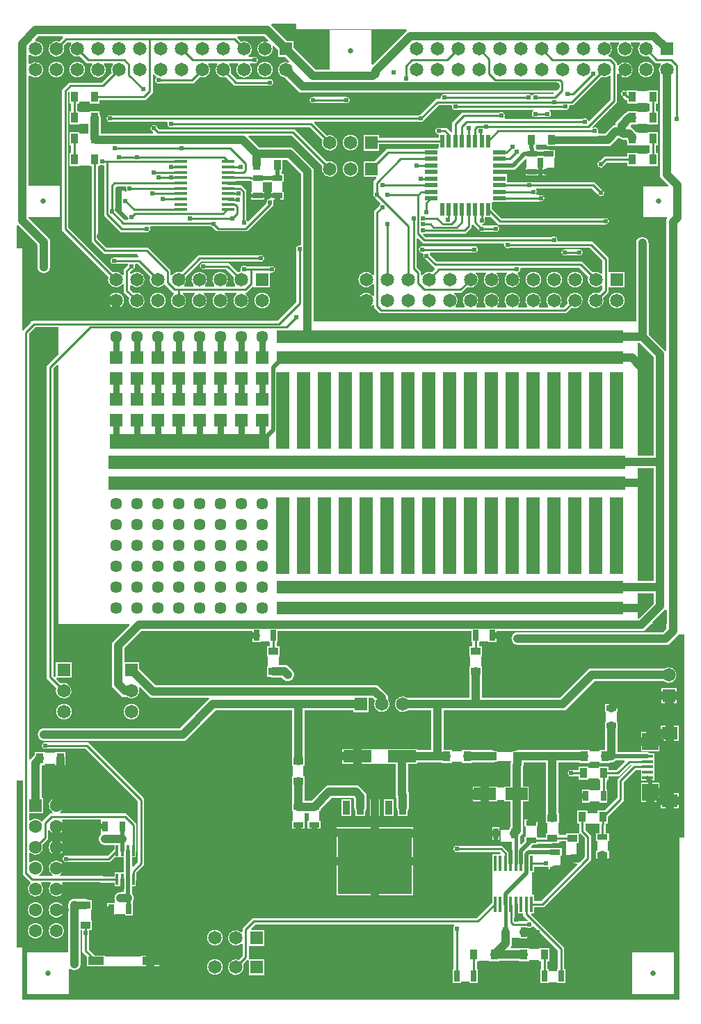
<source format=gbr>
G04 ================== begin FILE IDENTIFICATION RECORD ==================*
G04 Layout Name:  mlpmcu-Rev1.9.brd*
G04 Film Name:    LaPi-TOP-Rev1-9-Final*
G04 File Format:  Gerber RS274X*
G04 File Origin:  Cadence Allegro 16.5-P002*
G04 Origin Date:  Wed Apr 10 14:32:14 2013*
G04 *
G04 Layer:  ETCH/TOP*
G04 Layer:  PIN/TOP*
G04 Layer:  VIA CLASS/TOP*
G04 *
G04 Offset:    (0.00 0.00)*
G04 Mirror:    No*
G04 Mode:      Positive*
G04 Rotation:  0*
G04 FullContactRelief:  No*
G04 UndefLineWidth:     5.00*
G04 ================== end FILE IDENTIFICATION RECORD ====================*
%FSAX25Y25*MOIN*%
%IR0*IPPOS*OFA0.00000B0.00000*MIA0B0*SFA1.00000B1.00000*%
%ADD27C,.02*%
%ADD12C,.024*%
%ADD10C,.025*%
%ADD11C,.063*%
%ADD22R,.06X.06*%
%ADD13R,.063X.063*%
%ADD33R,.10866X.0622*%
%ADD29R,.13819X.06102*%
%ADD21C,.05709*%
%ADD15C,.06496*%
%ADD16R,.06496X.06496*%
%ADD36R,.053X.016*%
%ADD37R,.075X.063*%
%ADD34R,.04016X.04055*%
%ADD35R,.079X.083*%
%ADD30R,.02087X.06142*%
%ADD23R,.06063X.01535*%
%ADD31R,.06142X.02087*%
%ADD26R,.35551X.31732*%
%ADD19R,.07441X.04055*%
%ADD14R,.0374X.05157*%
%ADD17R,.05157X.0374*%
%ADD32R,.01614X.07756*%
%ADD20R,.01575X.05591*%
%ADD24R,.02992X.05354*%
%ADD18R,.02598X.05157*%
%ADD28R,.03622X.06969*%
%ADD25R,.05157X.02598*%
%ADD38C,.01*%
%ADD39C,.03*%
%ADD40C,.04*%
%ADD41C,.015*%
%ADD42C,.018*%
%ADD43C,.01614*%
%ADD44C,.0374*%
%ADD45C,.02992*%
%ADD46C,.02598*%
%ADD48C,.075*%
%ADD47C,.07304*%
%ADD53R,.20004X.20004*%
%ADD52R,.036X.0616*%
%ADD56R,.075X.075*%
%ADD55R,.08504X.07304*%
%ADD54R,.08904X.09302*%
%ADD49R,.36554X.32736*%
%ADD51R,.04624X.07972*%
%ADD50R,.04626X.07972*%
G75*
%LPD*%
G75*
G36*
G01X0002501Y0002501D02*
Y0027501D01*
X0000001D01*
Y0107499D01*
X0002848D01*
Y0062528D01*
X0006577Y0058799D01*
G02X0006562Y0058219I-0000283J-0000283D01*
G03X0011683Y0057977I0002438J-0002719D01*
G02X0011977Y0058648I0000294J0000271D01*
G01X0016023D01*
G02X0016317Y0057977I0J-0000400D01*
G03X0021683I0002683J-0002477D01*
G02X0021977Y0058648I0000294J0000271D01*
G01X0040132D01*
X0040251Y0058530D01*
X0046872D01*
Y0056734D01*
X0051278D01*
Y0054024D01*
X0049780D01*
G03X0047203Y0049485I0J-0003001D01*
G02X0046859Y0048880I-0000344J-0000205D01*
G01X0043468D01*
Y0042720D01*
X0047068D01*
Y0043398D01*
X0051932D01*
Y0042720D01*
X0055532D01*
Y0044926D01*
G03X0055734Y0045800I-0001799J0000876D01*
G01Y0049294D01*
G03X0055282Y0053260I-0002454J0001729D01*
G01Y0056734D01*
X0057128D01*
Y0059262D01*
G03X0057340Y0060031I-0001289J0000769D01*
G01Y0063305D01*
X0061140Y0067105D01*
Y0098812D01*
X0034272Y0125680D01*
X0014451D01*
G03Y0122678I-0000801J-0001501D01*
G01X0033028D01*
X0058138Y0097568D01*
Y0068349D01*
X0055964Y0066176D01*
G02X0055282Y0066459I-0000282J0000283D01*
G01Y0070672D01*
X0057128D01*
Y0073200D01*
G03X0057340Y0073969I-0001289J0000769D01*
G01Y0086772D01*
X0052461Y0091652D01*
X0021127D01*
G02X0020917Y0092392I0J0000400D01*
G03X0017083I-0001917J0003108D01*
G02X0016873Y0091652I-0000210J-0000340D01*
G01X0016028D01*
X0012299Y0087923D01*
G02X0011719Y0087938I-0000283J0000283D01*
G03X0006523Y0088183I-0002719J-0002438D01*
G02X0005852Y0088477I-0000271J0000294D01*
G01Y0091848D01*
X0012652D01*
Y0099152D01*
X0012002D01*
Y0114600D01*
X0012322Y0114920D01*
X0013528D01*
Y0115398D01*
X0018472D01*
Y0114920D01*
X0023214D01*
Y0121080D01*
X0018472D01*
Y0120902D01*
X0013528D01*
Y0121080D01*
X0008786D01*
Y0119873D01*
X0006534Y0117622D01*
G02X0005852Y0117905I-0000282J0000283D01*
G01Y0182500D01*
X0014498D01*
Y0156378D01*
X0019007Y0151870D01*
X0018965Y0151751D01*
G03X0021249Y0154035I0003535J-0001251D01*
G01X0021130Y0153993D01*
X0019056Y0156068D01*
G02X0019339Y0156750I0000283J0000282D01*
G01X0026250D01*
Y0164250D01*
X0018750D01*
Y0157339D01*
G02X0018068Y0157056I-0000400J0D01*
G01X0017502Y0157622D01*
Y0182500D01*
X0053765D01*
G02X0054047Y0181817I0J-0000400D01*
G01X0045750Y0173520D01*
Y0152505D01*
X0050757Y0147498D01*
X0052752D01*
G03X0058583Y0151606I0002248J0003002D01*
G02X0059248Y0152007I0000382J0000118D01*
G01X0064009Y0147246D01*
X0092036D01*
G02X0092319Y0146564I0J-0000400D01*
G01X0078257Y0132502D01*
X0013000D01*
G03Y0126498I0J-0003002D01*
G01X0080743D01*
X0095243Y0140998D01*
X0131998D01*
Y0119214D01*
X0131920D01*
Y0114472D01*
X0132198D01*
Y0109528D01*
X0131920D01*
Y0104786D01*
X0131998D01*
Y0096532D01*
X0131920D01*
Y0092932D01*
X0132398D01*
Y0088068D01*
X0131920D01*
Y0084468D01*
X0138080D01*
Y0088068D01*
X0137902D01*
Y0091730D01*
X0139898D01*
Y0088068D01*
X0139420D01*
Y0084468D01*
X0145580D01*
Y0088068D01*
X0145102D01*
Y0092932D01*
X0145580D01*
Y0093567D01*
X0151011Y0098998D01*
X0161257D01*
X0161726Y0098529D01*
Y0094486D01*
G03X0162416Y0092573I0003001J0000002D01*
G01Y0090500D01*
X0167040D01*
Y0092573D01*
G03X0167730Y0094486I-0002311J0001915D01*
G01Y0101015D01*
X0163743Y0105002D01*
X0148525D01*
X0141257Y0097734D01*
X0138002D01*
Y0104786D01*
X0138080D01*
Y0109528D01*
X0137402D01*
Y0114472D01*
X0138080D01*
Y0119214D01*
X0138002D01*
Y0140998D01*
X0161250D01*
Y0140250D01*
X0168750D01*
Y0147246D01*
X0170509D01*
X0171798Y0145957D01*
X0171724Y0145825D01*
G03X0178002Y0146248I0003276J-0001825D01*
G01Y0148243D01*
X0172995Y0153250D01*
X0066495D01*
X0058750Y0160995D01*
Y0164250D01*
X0051754D01*
Y0171034D01*
X0059995Y0179276D01*
X0112968D01*
Y0173822D01*
X0116962D01*
Y0174298D01*
X0121038D01*
Y0173822D01*
X0121498D01*
Y0171714D01*
X0119920D01*
Y0166972D01*
X0120398D01*
Y0162028D01*
X0119920D01*
Y0157286D01*
X0121160D01*
G03X0123000Y0156656I0001840J0002372D01*
G01X0127100D01*
X0127878Y0155878D01*
G03X0132122Y0160122I0002122J0002122D01*
G01X0129586Y0162658D01*
X0125602D01*
Y0166972D01*
X0126080D01*
Y0171714D01*
X0124502D01*
Y0172666D01*
X0124536Y0172701D01*
Y0173822D01*
X0125032D01*
Y0179276D01*
X0217968D01*
Y0173822D01*
X0218464D01*
Y0172701D01*
X0218498Y0172666D01*
Y0171714D01*
X0216920D01*
Y0166972D01*
X0217398D01*
Y0162028D01*
X0216920D01*
Y0157286D01*
X0217156D01*
Y0147002D01*
X0187248D01*
G03Y0140998I-0002248J-0003002D01*
G01X0198586D01*
Y0122002D01*
X0192041D01*
Y0122552D01*
X0177219D01*
Y0122502D01*
X0170781D01*
Y0122552D01*
X0155959D01*
Y0115448D01*
X0170781D01*
Y0115498D01*
X0177219D01*
Y0115448D01*
X0181628D01*
Y0099641D01*
X0182042Y0099228D01*
Y0094486D01*
G03X0182730Y0092573I0003001J-0000001D01*
G01Y0090500D01*
X0187356D01*
Y0092573D01*
G03X0188044Y0094486I-0002313J0001912D01*
G01Y0101714D01*
X0187632Y0102127D01*
Y0115448D01*
X0192041D01*
Y0115998D01*
X0203786D01*
Y0115920D01*
X0208528D01*
Y0116598D01*
X0213472D01*
Y0115920D01*
X0218214D01*
Y0115998D01*
X0227898D01*
G03X0229467Y0116441I-0000001J0003002D01*
G01X0229516Y0116471D01*
X0230408D01*
Y0116798D01*
X0237100D01*
Y0116515D01*
X0236558Y0115972D01*
Y0104612D01*
X0233624D01*
Y0104302D01*
X0230376D01*
Y0104612D01*
X0218506D01*
Y0097388D01*
X0230376D01*
Y0097998D01*
X0233624D01*
Y0097388D01*
X0236558D01*
Y0085080D01*
X0236432D01*
Y0084444D01*
X0236110Y0084122D01*
G03X0235831Y0083802I0002117J-0002128D01*
G01X0232098D01*
Y0078298D01*
X0237398D01*
Y0074232D01*
G03X0237498Y0073625I0001902J0000002D01*
G01X0237508Y0073594D01*
Y0072104D01*
X0235762D01*
Y0073224D01*
X0232819Y0076166D01*
X0211766D01*
G03Y0073164I-0000801J-0001501D01*
G01X0231575D01*
X0231952Y0072787D01*
G02X0231669Y0072104I-0000283J-0000283D01*
G01X0227951D01*
Y0063344D01*
X0227998D01*
Y0052656D01*
X0227951D01*
Y0049090D01*
X0220341Y0041480D01*
X0113126D01*
X0108246Y0036601D01*
Y0035020D01*
G02X0107572Y0034729I-0000400J0D01*
G03Y0029271I-0002572J-0002729D01*
G02X0108246Y0028980I0000274J-0000291D01*
G01Y0023370D01*
X0106370Y0021493D01*
X0106251Y0021535D01*
G03X0108492Y0019368I-0001250J-0003535D01*
G01X0110568Y0021444D01*
G02X0111250Y0021161I0000282J-0000283D01*
G01Y0014250D01*
X0118750D01*
Y0021750D01*
X0111356D01*
G02X0111214Y0022091I0J0000200D01*
G01X0111250Y0022126D01*
Y0028250D01*
X0118750D01*
Y0035750D01*
X0112608D01*
G02X0112325Y0036432I0J0000400D01*
G01X0114370Y0038478D01*
X0209436D01*
G02X0209727Y0037803I0J-0000400D01*
G03X0209464Y0035834I0001238J-0001167D01*
G01Y0016978D01*
X0208968D01*
Y0010622D01*
X0212962D01*
Y0011098D01*
X0217038D01*
Y0010622D01*
X0221032D01*
Y0016978D01*
X0220536D01*
Y0019677D01*
X0220658Y0019799D01*
Y0020920D01*
X0221528D01*
Y0021298D01*
X0226472D01*
Y0020920D01*
X0231214D01*
Y0020998D01*
X0240786D01*
Y0020920D01*
X0245528D01*
Y0021498D01*
X0250472D01*
Y0020920D01*
X0251342D01*
Y0019799D01*
X0251364Y0019777D01*
Y0016978D01*
X0250868D01*
Y0010622D01*
X0254862D01*
Y0010898D01*
X0258938D01*
Y0010622D01*
X0262932D01*
Y0016978D01*
X0262436D01*
Y0027345D01*
X0246568Y0043213D01*
G02X0246851Y0043896I0000283J0000283D01*
G01X0248049D01*
Y0046774D01*
X0252536D01*
X0275202Y0069440D01*
Y0081260D01*
X0272658Y0083803D01*
Y0086920D01*
X0273098D01*
Y0086898D01*
X0279298D01*
Y0082232D01*
X0277720D01*
Y0078632D01*
X0278298D01*
Y0073768D01*
X0277720D01*
Y0070168D01*
X0283880D01*
Y0073768D01*
X0283302D01*
Y0078632D01*
X0283880D01*
Y0082232D01*
X0282302D01*
Y0085756D01*
X0282344Y0085799D01*
Y0086920D01*
X0283214D01*
Y0090248D01*
X0290902Y0097935D01*
Y0106778D01*
X0296622Y0112498D01*
X0299317D01*
Y0107580D01*
X0305621D01*
Y0120420D01*
X0303989D01*
G03X0302469Y0121120I-0001521J-0001302D01*
G01X0288002D01*
Y0131968D01*
X0288080D01*
Y0135568D01*
X0287702D01*
Y0140432D01*
X0288080D01*
Y0144032D01*
X0281920D01*
Y0140432D01*
X0282298D01*
Y0135568D01*
X0281920D01*
Y0131968D01*
X0281998D01*
Y0122120D01*
X0280718D01*
X0280678Y0122080D01*
X0279472D01*
Y0121602D01*
X0274528D01*
Y0122080D01*
X0269786D01*
Y0122002D01*
X0240102D01*
G03X0238533Y0121559I0000001J-0003002D01*
G01X0238484Y0121529D01*
X0237592D01*
Y0121102D01*
X0230408D01*
Y0121529D01*
X0229516D01*
X0229467Y0121559D01*
G03X0227898Y0122002I-0001570J-0002559D01*
G01X0218214D01*
Y0122080D01*
X0213472D01*
Y0121402D01*
X0208528D01*
Y0122080D01*
X0204588D01*
Y0140998D01*
X0262835D01*
X0276835Y0154998D01*
X0310252D01*
G03Y0161002I0002248J0003002D01*
G01X0274349D01*
X0260349Y0147002D01*
X0223158D01*
Y0160743D01*
X0223080Y0160822D01*
Y0162028D01*
X0222502D01*
Y0166972D01*
X0223080D01*
Y0171714D01*
X0221502D01*
Y0173822D01*
X0221962D01*
Y0174298D01*
X0226038D01*
Y0173822D01*
X0230032D01*
Y0179276D01*
X0300720D01*
X0303945Y0182500D01*
X0311498D01*
Y0180243D01*
X0309758Y0178502D01*
X0240102D01*
G03Y0172500I0J-0003001D01*
G01X0312244D01*
X0317244Y0177499D01*
X0319999D01*
Y0080001D01*
X0317499D01*
Y0002501D01*
X0002501D01*
G37*
G36*
G01X0041495Y0061532D02*
X0041376Y0061652D01*
X0021127D01*
G02X0020917Y0062392I0J0000400D01*
G03X0017083I-0001917J0003108D01*
G02X0016873Y0061652I-0000210J-0000340D01*
G01X0011127D01*
G02X0010917Y0062392I0J0000400D01*
G03X0006523Y0068183I-0001916J0003109D01*
G02X0005852Y0068477I-0000271J0000294D01*
G01Y0072523D01*
G02X0006523Y0072817I0000400J0D01*
G03X0012457Y0076676I0002477J0002683D01*
G01X0012417Y0076794D01*
X0015152Y0079528D01*
Y0083373D01*
G02X0015892Y0083583I0000400J0D01*
G03X0021683Y0087977I0003109J0001916D01*
G02X0021977Y0088648I0000294J0000271D01*
G01X0040368D01*
Y0082480D01*
G02X0040444Y0081808I-0000174J-0000360D01*
G03X0042320Y0076464I0001876J-0002343D01*
G01X0046872D01*
Y0074803D01*
X0043543Y0071474D01*
X0024451D01*
G03Y0068472I-0000801J-0001501D01*
G01X0044787D01*
X0046987Y0070672D01*
X0051278D01*
Y0063328D01*
X0046872D01*
Y0061532D01*
X0041495D01*
G37*
G36*
G01X0017502Y0182500D02*
Y0304878D01*
X0019317Y0306694D01*
G02X0020000Y0306411I0000283J-0000283D01*
G01Y0182500D01*
X0017502D01*
G37*
G36*
G01X0020000Y0324798D02*
Y0311623D01*
X0014498Y0306122D01*
Y0182500D01*
X0005852D01*
Y0321579D01*
X0009071Y0324798D01*
X0020000D01*
G37*
G36*
G01X0002501Y0323441D02*
Y0327500D01*
X0006560D01*
G02X0006843Y0326817I0J-0000400D01*
G01X0003184Y0323158D01*
G02X0002501Y0323441I-0000283J0000283D01*
G37*
G36*
G01Y0327500D02*
Y0362501D01*
X0000001D01*
Y0373289D01*
G02X0000684Y0373571I0000400J0D01*
G01X0009998Y0364257D01*
Y0353500D01*
G03X0016002I0003002J0D01*
G01Y0366743D01*
X0005754Y0376991D01*
Y0377498D01*
X0020502D01*
Y0392502D01*
X0005754D01*
Y0444980D01*
G02X0006428Y0445271I0000400J0D01*
G03Y0450729I0002572J0002729D01*
G02X0005754Y0451020I-0000274J0000291D01*
G01Y0454980D01*
G02X0006428Y0455271I0000400J0D01*
G03X0009110Y0461748I0002572J0002729D01*
G02X0008839Y0462431I0000012J0000400D01*
G01X0010406Y0463999D01*
X0021909D01*
G02X0022192Y0463316I0J-0000400D01*
G01X0020370Y0461493D01*
X0020251Y0461535D01*
G03X0022535Y0459251I-0001251J-0003535D01*
G01X0022493Y0459370D01*
X0024370Y0461246D01*
X0025980D01*
G02X0026271Y0460572I0J-0000400D01*
G03X0030251Y0454465I0002729J-0002572D01*
G01X0030370Y0454507D01*
X0033630Y0451246D01*
X0035980D01*
G02X0036271Y0450572I0J-0000400D01*
G03X0041729I0002729J-0002572D01*
G02X0042020Y0451246I0000291J0000274D01*
G01X0045980D01*
G02X0046271Y0450572I0J-0000400D01*
G03X0045465Y0446749I0002729J-0002572D01*
G01X0045507Y0446630D01*
X0040758Y0441882D01*
X0024975D01*
X0021686Y0438592D01*
Y0371191D01*
X0044007Y0348870D01*
X0043965Y0348751D01*
G03X0050527Y0345286I0003535J-0001251D01*
G02X0051250Y0345050I0000323J-0000236D01*
G01Y0341627D01*
X0054007Y0338870D01*
X0053965Y0338751D01*
G03X0056249Y0341035I0003535J-0001251D01*
G01X0056130Y0340993D01*
X0054252Y0342871D01*
Y0344481D01*
G02X0054927Y0344772I0000400J0D01*
G03Y0350228I0002573J0002728D01*
G02X0054252Y0350519I-0000275J0000291D01*
G01Y0351029D01*
X0055542Y0352319D01*
X0055587Y0352334D01*
G03X0056666Y0354475I-0000539J0001614D01*
G02X0057047Y0354998I0000381J0000123D01*
G01X0057878D01*
X0064007Y0348870D01*
X0063965Y0348751D01*
G03X0070394Y0345115I0003535J-0001251D01*
G02X0070985Y0345143I0000308J-0000255D01*
G01X0074878Y0341250D01*
X0075051D01*
G02X0075287Y0340528I0J-0000400D01*
G03X0079713I0002213J-0003028D01*
G02X0079949Y0341250I0000236J0000322D01*
G01X0085051D01*
G02X0085287Y0340528I0J-0000400D01*
G03X0089713I0002213J-0003028D01*
G02X0089949Y0341250I0000236J0000322D01*
G01X0095051D01*
G02X0095287Y0340528I0J-0000400D01*
G03X0099713I0002213J-0003028D01*
G02X0099949Y0341250I0000236J0000322D01*
G01X0105051D01*
G02X0105287Y0340528I0J-0000400D01*
G03X0109713I0002213J-0003028D01*
G02X0109949Y0341250I0000236J0000322D01*
G01X0110174D01*
X0113068Y0344144D01*
G02X0113751Y0343861I0000283J-0000283D01*
G01Y0343750D01*
X0121250D01*
Y0350433D01*
G02X0121763Y0350816I0000400J0D01*
G03X0121447Y0353950I0000485J0001632D01*
G01X0109810D01*
G03X0107442Y0351784I-0000801J-0001502D01*
G02X0107115Y0351230I-0000368J-0000156D01*
G03X0106249Y0351035I0000385J-0003730D01*
G01X0106130Y0350993D01*
X0101674Y0355450D01*
X0090268D01*
G03Y0352446I-0000801J-0001502D01*
G01X0100430D01*
X0104007Y0348870D01*
X0103965Y0348751D01*
G03X0104771Y0344928I0003535J-0001251D01*
G02X0104480Y0344254I-0000291J-0000274D01*
G01X0100520D01*
G02X0100229Y0344928I0J0000400D01*
G03X0094771I-0002729J0002572D01*
G02X0094480Y0344254I-0000291J-0000274D01*
G01X0090520D01*
G02X0090229Y0344928I0J0000400D01*
G03X0084771I-0002729J0002572D01*
G02X0084480Y0344254I-0000291J-0000274D01*
G01X0080520D01*
G02X0080229Y0344928I0J0000400D01*
G03X0081035Y0348751I-0002729J0002572D01*
G01X0080993Y0348870D01*
X0088270Y0356146D01*
X0116199D01*
G03Y0359150I0000801J0001502D01*
G01X0087026D01*
X0078870Y0350993D01*
X0078751Y0351035D01*
G03X0074472Y0349713I-0001252J-0003535D01*
G02X0073750Y0349949I-0000322J0000236D01*
G01Y0351970D01*
X0062870Y0362850D01*
X0042965D01*
X0038844Y0366970D01*
Y0401920D01*
X0039714D01*
Y0402072D01*
G02X0040266Y0402442I0000400J0D01*
G03X0041347Y0402370I0000648J0001574D01*
G02X0041850Y0401984I0000103J-0000387D01*
G01Y0378178D01*
X0049728Y0370300D01*
X0061447D01*
G03X0063823Y0372447I0000801J0001501D01*
G02X0064193Y0372998I0000370J0000151D01*
G01X0093072D01*
G03X0093909Y0372386I0001375J0001003D01*
G01X0093954Y0372371D01*
X0096026Y0370298D01*
X0110189D01*
X0122902Y0383011D01*
Y0383832D01*
G03X0122925Y0385390I-0001502J0000801D01*
G02X0123283Y0385968I0000358J0000178D01*
G01X0128080D01*
Y0389568D01*
X0127402D01*
Y0394432D01*
X0128080D01*
Y0398032D01*
X0127002D01*
Y0399420D01*
X0127214D01*
Y0404678D01*
X0129644D01*
X0136198Y0398123D01*
Y0364132D01*
G02X0135742Y0363736I-0000400J0D01*
G03X0133998Y0361250I-0000242J-0001685D01*
G01Y0336922D01*
X0124878Y0327802D01*
X0007827D01*
X0007526Y0327500D01*
X0002501D01*
G37*
G36*
G01X0051250Y0349950D02*
G02X0050527Y0349714I-0000400J0D01*
G03X0046249Y0351035I-0003027J-0002214D01*
G01X0046130Y0350993D01*
X0024688Y0372435D01*
Y0437348D01*
X0024944Y0437604D01*
G02X0025286Y0437462I0000142J-0000141D01*
G01Y0431920D01*
X0026156D01*
Y0428080D01*
X0025286D01*
Y0421920D01*
X0030028D01*
Y0422298D01*
X0034342D01*
Y0417502D01*
X0030028D01*
Y0418080D01*
X0025286D01*
Y0411920D01*
X0026156D01*
Y0408080D01*
X0025286D01*
Y0401920D01*
X0030028D01*
Y0402298D01*
X0034972D01*
Y0401920D01*
X0035842D01*
Y0365726D01*
X0041721Y0359846D01*
X0057443D01*
G02X0057843Y0359446I0J-0000400D01*
G03X0057960Y0359164I0000400J0000001D01*
G01X0058440Y0358684D01*
G02X0058157Y0358002I-0000283J-0000282D01*
G01X0047301D01*
G03Y0354998I-0000801J-0001502D01*
G01X0053347D01*
G02X0053526Y0354709I0J-0000200D01*
G03X0053434Y0354487I0001522J-0000761D01*
G01X0053419Y0354442D01*
X0051250Y0352273D01*
Y0349950D01*
G37*
G36*
G01X0142202Y0327500D02*
Y0400609D01*
X0132130Y0410680D01*
X0116400D01*
X0111143Y0415938D01*
G02X0111426Y0416620I0000283J0000282D01*
G01X0131756D01*
X0146507Y0401870D01*
X0146465Y0401751D01*
G03X0148749Y0404035I0003535J-0001251D01*
G01X0148630Y0403993D01*
X0133000Y0419624D01*
X0068290D01*
X0067419Y0420494D01*
X0067404Y0420539D01*
G03X0065251Y0418386I-0001614J-0000539D01*
G01X0065296Y0418371D01*
X0065482Y0418184D01*
G02X0065199Y0417502I-0000283J-0000282D01*
G01X0040344D01*
Y0425000D01*
G03X0039714Y0426840I-0003002J0D01*
G01Y0428080D01*
X0034972D01*
Y0427702D01*
X0030028D01*
Y0428080D01*
X0029158D01*
Y0431920D01*
X0030028D01*
Y0432698D01*
X0034972D01*
Y0431920D01*
X0039714D01*
Y0433498D01*
X0061622D01*
X0065250Y0437126D01*
Y0445551D01*
G02X0065972Y0445787I0000400J0D01*
G03X0066823Y0444946I0003028J0002213D01*
G02X0066857Y0444322I-0000232J-0000326D01*
G03X0068791Y0441550I0001133J-0001270D01*
G01X0084674D01*
X0087630Y0444507D01*
X0087749Y0444465D01*
G03X0091729Y0450572I0001251J0003535D01*
G02X0092020Y0451246I0000291J0000274D01*
G01X0095980D01*
G02X0096271Y0450572I0J-0000400D01*
G03X0100251Y0444465I0002729J-0002572D01*
G01X0100370Y0444507D01*
X0104418Y0440458D01*
X0120599D01*
G03Y0443462I0000801J0001502D01*
G01X0105662D01*
X0102493Y0446630D01*
X0102535Y0446749D01*
G03X0101729Y0450572I-0003535J0001251D01*
G02X0102020Y0451246I0000291J0000274D01*
G01X0105980D01*
G02X0106271Y0450572I0J-0000400D01*
G03X0111729I0002729J-0002572D01*
G02X0112020Y0451246I0000291J0000274D01*
G01X0113147D01*
G03Y0454250I0000801J0001502D01*
G01X0111449D01*
G02X0111213Y0454972I0J0000400D01*
G03X0107749Y0461535I-0002213J0003028D01*
G01X0107630Y0461493D01*
X0105808Y0463316D01*
G02X0106091Y0463998I0000283J0000282D01*
G01X0118757D01*
X0120507Y0462248D01*
G02X0120106Y0461583I-0000283J-0000283D01*
G03X0122583Y0459106I-0001106J-0003583D01*
G02X0123248Y0459507I0000382J0000118D01*
G01X0125250Y0457505D01*
Y0454250D01*
X0128505D01*
X0130507Y0452248D01*
G02X0130106Y0451583I-0000283J-0000283D01*
G03X0128404Y0444298I-0001107J-0003583D01*
G01X0128468Y0444287D01*
X0135635Y0437121D01*
X0257156D01*
G02X0257439Y0436438I0J-0000400D01*
G01X0257331Y0436330D01*
X0249349D01*
G03X0247199Y0435866I-0000801J-0001502D01*
G02X0246565I-0000317J0000244D01*
G03X0244415Y0436330I-0001349J-0001038D01*
G01X0205874D01*
G03X0203388Y0434586I-0000801J-0001502D01*
G02X0202992Y0434130I-0000396J-0000056D01*
G01X0201050D01*
X0193278Y0426357D01*
X0193233Y0426342D01*
G03X0192971Y0426230I0000536J-0001615D01*
G01X0045500D01*
G03Y0423226I-0000801J-0001502D01*
G01X0071957D01*
G02X0072325Y0422669I0J-0000400D01*
G03X0074691Y0420498I0001565J-0000669D01*
G01X0140378D01*
X0146507Y0414370D01*
X0146465Y0414251D01*
G03X0148749Y0416535I0003535J-0001251D01*
G01X0148630Y0416493D01*
X0142580Y0422544D01*
G02X0142863Y0423226I0000283J0000282D01*
G01X0192971D01*
G03X0195386Y0424189I0000801J0001502D01*
G01X0195401Y0424234D01*
X0202294Y0431126D01*
X0208167D01*
G02X0208563Y0430670I0J-0000400D01*
G03X0211049Y0428926I0001685J-0000242D01*
G01X0247183D01*
G02X0247443Y0428222I0J-0000400D01*
G03X0249349Y0425426I0001105J-0001294D01*
G01X0253647D01*
G03X0255553Y0428222I0000801J0001502D01*
G02X0255813Y0428926I0000260J0000304D01*
G01X0262351D01*
G03X0264837Y0430670I0000801J0001502D01*
G02X0265233Y0431126I0000396J0000056D01*
G01X0266750D01*
X0280132Y0444508D01*
G03X0284072Y0445271I0001368J0003492D01*
G02X0284746Y0444980I0000274J-0000291D01*
G01Y0433764D01*
X0274517Y0423534D01*
G02X0273856Y0423686I-0000283J0000283D01*
G03X0271447Y0424630I-0001608J-0000558D01*
G01X0234040D01*
G02X0233699Y0425239I0J0000400D01*
G03X0231447Y0427630I-0001451J0000889D01*
G01X0213654D01*
X0208774Y0422750D01*
Y0418398D01*
G02X0208092Y0418115I-0000400J0D01*
G01X0205977Y0420230D01*
X0203049D01*
G03X0202232Y0417026I-0000801J-0001502D01*
G02X0202430Y0416826I-0000002J-0000200D01*
G01Y0415458D01*
X0173750D01*
Y0416750D01*
X0166250D01*
Y0409250D01*
X0173750D01*
Y0412456D01*
X0202430D01*
Y0410902D01*
X0201898D01*
Y0410070D01*
X0194970D01*
Y0410026D01*
X0177402D01*
X0171626Y0404250D01*
X0166250D01*
Y0396751D01*
X0172233D01*
G02X0172516Y0396068I0J-0000400D01*
G01X0171046Y0394598D01*
Y0389049D01*
G03X0172009Y0386634I0001502J-0000801D01*
G01X0172054Y0386619D01*
X0174419Y0384254D01*
G02X0174357Y0383638I-0000283J-0000283D01*
G03X0173686Y0382760I0000943J-0001416D01*
G01X0173671Y0382715D01*
X0171250Y0380295D01*
Y0349949D01*
G02X0170528Y0349713I-0000400J0D01*
G03Y0345287I-0003028J-0002213D01*
G02X0171250Y0345051I0000322J-0000236D01*
G01Y0339949D01*
G02X0170528Y0339713I-0000400J0D01*
G03Y0335287I-0003028J-0002213D01*
G02X0171250Y0335051I0000322J-0000236D01*
G01Y0334130D01*
X0174130Y0331250D01*
X0263374D01*
X0266132Y0334008D01*
G03X0263965Y0336249I0001368J0003491D01*
G01X0264007Y0336130D01*
X0262130Y0334254D01*
X0260520D01*
G02X0260229Y0334928I0J0000400D01*
G03X0254771I-0002729J0002572D01*
G02X0254480Y0334254I-0000291J-0000274D01*
G01X0250520D01*
G02X0250229Y0334928I0J0000400D01*
G03X0244771I-0002729J0002572D01*
G02X0244480Y0334254I-0000291J-0000274D01*
G01X0240520D01*
G02X0240229Y0334928I0J0000400D01*
G03X0234771I-0002729J0002572D01*
G02X0234480Y0334254I-0000291J-0000274D01*
G01X0230520D01*
G02X0230229Y0334928I0J0000400D01*
G03X0224771I-0002729J0002572D01*
G02X0224480Y0334254I-0000291J-0000274D01*
G01X0220520D01*
G02X0220229Y0334928I0J0000400D01*
G03X0214771I-0002729J0002572D01*
G02X0214480Y0334254I-0000291J-0000274D01*
G01X0210520D01*
G02X0210229Y0334928I0J0000400D01*
G03X0209713Y0340528I-0002729J0002572D01*
G02X0209949Y0341250I0000236J0000322D01*
G01X0213374D01*
X0216130Y0344007D01*
X0216249Y0343965D01*
G03X0220046Y0350253I0001251J0003535D01*
G02X0220318Y0350946I0000272J0000293D01*
G01X0224682D01*
G02X0224954Y0350253I0J-0000400D01*
G03X0230046I0002546J-0002753D01*
G02X0230318Y0350946I0000272J0000293D01*
G01X0234682D01*
G02X0234954Y0350253I0J-0000400D01*
G03X0240122Y0350181I0002546J-0002753D01*
G02X0240268Y0350844I0000280J0000286D01*
G03X0241385Y0352690I-0000568J0001604D01*
G02X0241781Y0353146I0000396J0000056D01*
G01X0269730D01*
X0274008Y0348868D01*
G03X0280072Y0344771I0003492J-0001368D01*
G02X0280746Y0344480I0000274J-0000291D01*
G01Y0342870D01*
X0278870Y0340993D01*
X0278751Y0341035D01*
G03X0281035Y0338751I-0001251J-0003535D01*
G01X0280993Y0338870D01*
X0283750Y0341626D01*
Y0343750D01*
X0291250D01*
Y0351250D01*
X0283750D01*
Y0357822D01*
X0275870Y0365702D01*
X0259571D01*
G02X0259177Y0366170I0J0000400D01*
G03X0256699Y0367962I-0001677J0000290D01*
G01X0196022D01*
X0194679Y0369305D01*
X0194863Y0369489D01*
X0194924Y0369501D01*
G03X0195146Y0369560I-0000325J0001671D01*
G01X0195177Y0369570D01*
X0215226D01*
X0218076Y0372421D01*
Y0373558D01*
G02X0218759Y0373841I0000400J0D01*
G01X0221123Y0371478D01*
X0221138Y0371433D01*
G03X0223553Y0370470I0001614J0000539D01*
G01X0228899D01*
G03Y0373474I0000801J0001502D01*
G01X0223553D01*
G03X0223291Y0373586I-0000798J-0001503D01*
G01X0223246Y0373601D01*
X0223027Y0373821D01*
X0223208Y0374002D01*
X0223264Y0374015D01*
G03X0224397Y0376433I-0000390J0001657D01*
G01X0224376Y0376475D01*
Y0377470D01*
X0227474D01*
X0230984Y0373960D01*
X0281447D01*
G03Y0376962I0000801J0001501D01*
G01X0232228D01*
X0227570Y0381621D01*
Y0384498D01*
X0228202D01*
Y0384930D01*
X0235030D01*
Y0384974D01*
X0250447D01*
G03Y0387978I0000801J0001502D01*
G01X0249191D01*
G02X0248869Y0388615I0J0000400D01*
G03Y0390637I-0001369J0001011D01*
G02X0249191Y0391274I0000322J0000237D01*
G01X0275602D01*
X0278371Y0388506D01*
X0278386Y0388461D01*
G03X0280539Y0390614I0001614J0000539D01*
G01X0280494Y0390629D01*
X0276846Y0394278D01*
X0246453D01*
G03X0244851I-0000801J-0001502D01*
G01X0235030D01*
Y0400222D01*
X0238742D01*
X0243816Y0405296D01*
G02X0244498Y0405013I0000282J-0000283D01*
G01Y0401068D01*
X0243920D01*
Y0397468D01*
X0250080D01*
Y0401068D01*
X0249702D01*
Y0405730D01*
X0252398D01*
Y0401068D01*
X0251920D01*
Y0397468D01*
X0258080D01*
Y0401068D01*
X0257602D01*
Y0405932D01*
X0258080D01*
Y0409532D01*
X0255874D01*
G03X0255000Y0409734I-0000876J-0001799D01*
G01X0249002D01*
Y0410860D01*
X0248783Y0411079D01*
G02X0248924Y0411420I0000142J0000141D01*
G01X0249028D01*
Y0412098D01*
X0253972D01*
Y0411420D01*
X0258714D01*
Y0411628D01*
X0278584D01*
X0278611Y0411620D01*
G03X0279458Y0411498I0000847J0002879D01*
G01X0284428D01*
X0288330Y0415400D01*
X0288641D01*
X0288700Y0415344D01*
G03X0290787Y0414500I0002087J0002158D01*
G01X0292193D01*
X0292228Y0414343D01*
G03X0292786Y0413160I0002928J0000658D01*
G01Y0411920D01*
X0296998D01*
Y0411898D01*
X0303342D01*
Y0408080D01*
X0302472D01*
Y0407802D01*
X0297528D01*
Y0408080D01*
X0292786D01*
Y0406502D01*
X0281578D01*
X0279506Y0404429D01*
X0279461Y0404414D01*
G03X0281614Y0402261I0000539J-0001614D01*
G01X0281629Y0402306D01*
X0282822Y0403498D01*
X0292786D01*
Y0401920D01*
X0297298D01*
Y0401898D01*
X0302702D01*
Y0401920D01*
X0307214D01*
Y0408080D01*
X0306344D01*
Y0411920D01*
X0307214D01*
Y0418080D01*
X0302472D01*
Y0417802D01*
X0297528D01*
Y0418080D01*
X0297165D01*
X0294742Y0420502D01*
X0294398D01*
G02X0294115Y0421185I0J0000400D01*
G01X0294850Y0421920D01*
X0297528D01*
Y0422298D01*
X0302472D01*
Y0421920D01*
X0307214D01*
Y0428080D01*
X0306344D01*
Y0431920D01*
X0307214D01*
Y0438080D01*
X0302472D01*
Y0437702D01*
X0297528D01*
Y0438080D01*
X0292762D01*
G02X0292177Y0437874I-0000376J0000135D01*
G03X0290749Y0434808I-0000889J-0001452D01*
G01X0290794Y0434793D01*
X0292088Y0433498D01*
X0292786D01*
Y0431920D01*
X0297528D01*
Y0432198D01*
X0302472D01*
Y0431920D01*
X0303342D01*
Y0428080D01*
X0302472D01*
Y0427702D01*
X0297528D01*
Y0428080D01*
X0292786D01*
Y0427867D01*
X0292654Y0427819D01*
G03X0291563Y0427122I0001032J-0002818D01*
G01X0286884Y0422444D01*
Y0421404D01*
X0285844D01*
X0281942Y0417502D01*
X0279458D01*
G03X0279073Y0417477I0000002J-0003002D01*
G02X0278656Y0418036I-0000052J0000397D01*
G03X0276340Y0420251I-0001555J0000692D01*
G01X0276298Y0420230D01*
X0275942D01*
G02X0275800Y0420571I0J0000200D01*
G01X0287750Y0432520D01*
Y0445551D01*
G02X0288472Y0445787I0000400J0D01*
G03Y0450213I0003028J0002213D01*
G02X0287750Y0450449I-0000322J0000236D01*
G01Y0451370D01*
X0284870Y0454250D01*
X0283949D01*
G02X0283713Y0454972I0J0000400D01*
G03X0284229Y0460572I-0002213J0003028D01*
G02X0284520Y0461246I0000291J0000274D01*
G01X0288480D01*
G02X0288771Y0460572I0J-0000400D01*
G03X0294229I0002729J-0002572D01*
G02X0294520Y0461246I0000291J0000274D01*
G01X0298480D01*
G02X0298771Y0460572I0J-0000400D01*
G03X0302751Y0454465I0002729J-0002572D01*
G01X0302870Y0454507D01*
X0306130Y0451246D01*
X0308480D01*
G02X0308771Y0450572I0J-0000400D01*
G03X0308498Y0445752I0002729J-0002572D01*
G01Y0396586D01*
X0312400Y0392684D01*
G02X0312117Y0392002I-0000283J-0000282D01*
G01X0308343D01*
X0308331Y0392003D01*
G03X0306669I-0000831J-0007003D01*
G01X0306657Y0392002D01*
X0300498D01*
Y0385843D01*
X0300497Y0385831D01*
G03Y0384169I0007003J-0000831D01*
G01X0300498Y0384157D01*
Y0377499D01*
X0311617D01*
G02X0311900Y0376816I0J-0000400D01*
G01X0311498Y0376414D01*
Y0327500D01*
X0302850D01*
Y0365000D01*
G03X0296846I-0003002J0D01*
G01Y0327500D01*
X0142202D01*
G37*
G36*
G01X0044000Y0253250D02*
Y0246750D01*
X0291500D01*
Y0253250D01*
X0044000D01*
G37*
G36*
G01X0044500Y0273500D02*
Y0266500D01*
X0121000D01*
Y0273500D01*
X0044500D01*
G37*
G36*
G01X0044000Y0263250D02*
Y0256750D01*
X0291500D01*
Y0263250D01*
X0044000D01*
G37*
G36*
G01X0051656Y0376002D02*
X0047181Y0380476D01*
X0047166Y0380521D01*
G03X0047075Y0380743I-0001616J-0000533D01*
G01X0047054Y0380785D01*
Y0381484D01*
X0047300D01*
Y0391402D01*
X0048176Y0392278D01*
X0052060D01*
G02X0052440Y0391753I0J-0000400D01*
G03X0052717Y0390170I0001616J-0000533D01*
G02X0052372Y0389524I-0000315J-0000247D01*
G02X0051088Y0390270I0000127J0001697D01*
G03X0050474Y0390329I-0000331J-0000224D01*
G01X0050302Y0390158D01*
Y0385242D01*
G03Y0385086I0001700J-0000078D01*
G01Y0380604D01*
X0053345Y0377562D01*
X0053346Y0377480D01*
G03X0053597Y0376611I0001702J0000021D01*
G02X0053256Y0376002I-0000341J-0000209D01*
G01X0051656D01*
G37*
G36*
G01X0119771Y0384127D02*
X0111118Y0375474D01*
G02X0110488Y0375559I-0000283J0000283D01*
G03X0110102Y0376021I-0001479J-0000843D01*
G01Y0390326D01*
X0107706Y0392722D01*
X0104912D01*
Y0394838D01*
X0111192D01*
X0111299Y0394730D01*
X0112420D01*
Y0394432D01*
X0112698D01*
Y0389568D01*
X0112420D01*
Y0385968D01*
X0118580D01*
Y0389568D01*
X0118102D01*
Y0394230D01*
X0122498D01*
Y0389568D01*
X0121920D01*
Y0386732D01*
G02X0121497Y0386332I-0000400J-0000001D01*
G03X0119745Y0384236I-0000097J-0001699D01*
G01X0119771Y0384127D01*
G37*
G36*
G01X0124500Y0193000D02*
Y0187000D01*
X0290500D01*
Y0193000D01*
X0124500D01*
G37*
G36*
G01Y0203000D02*
Y0197000D01*
X0290500D01*
Y0203000D01*
X0124500D01*
G37*
G36*
G01X0124250Y0243000D02*
Y0206500D01*
X0130750D01*
Y0243000D01*
X0124250D01*
G37*
G36*
G01X0134250D02*
Y0206500D01*
X0140750D01*
Y0243000D01*
X0134250D01*
G37*
G36*
G01X0144250D02*
Y0206500D01*
X0150750D01*
Y0243000D01*
X0144250D01*
G37*
G36*
G01X0124250Y0303000D02*
Y0266500D01*
X0130750D01*
Y0303000D01*
X0124250D01*
G37*
G36*
G01X0134250D02*
Y0266500D01*
X0140750D01*
Y0303000D01*
X0134250D01*
G37*
G36*
G01X0144250D02*
Y0266500D01*
X0150750D01*
Y0303000D01*
X0144250D01*
G37*
G36*
G01X0124500Y0313000D02*
Y0307000D01*
X0290500D01*
Y0313000D01*
X0124500D01*
G37*
G36*
G01Y0323000D02*
Y0317000D01*
X0290500D01*
Y0323000D01*
X0124500D01*
G37*
G36*
G01X0143243Y0448002D02*
X0132749Y0458495D01*
Y0461750D01*
X0129495D01*
X0121929Y0469316D01*
G02X0122211Y0469999I0000282J0000283D01*
G01X0133500D01*
X0133999Y0469500D01*
Y0467499D01*
X0186740D01*
G02X0187022Y0466816I0J-0000400D01*
G01X0170684Y0450478D01*
G02X0170001Y0450761I-0000283J0000283D01*
G01Y0467002D01*
X0149998D01*
Y0448002D01*
X0143243D01*
G37*
G36*
G01X0154250Y0243000D02*
Y0206500D01*
X0160750D01*
Y0243000D01*
X0154250D01*
G37*
G36*
G01X0164250D02*
Y0206500D01*
X0170750D01*
Y0243000D01*
X0164250D01*
G37*
G36*
G01X0174250D02*
Y0206500D01*
X0180750D01*
Y0243000D01*
X0174250D01*
G37*
G36*
G01X0154250Y0303000D02*
Y0266500D01*
X0160750D01*
Y0303000D01*
X0154250D01*
G37*
G36*
G01X0164250D02*
Y0266500D01*
X0170750D01*
Y0303000D01*
X0164250D01*
G37*
G36*
G01X0174250D02*
Y0266500D01*
X0180750D01*
Y0303000D01*
X0174250D01*
G37*
G36*
G01X0184250Y0243000D02*
Y0206500D01*
X0190750D01*
Y0243000D01*
X0184250D01*
G37*
G36*
G01X0194250D02*
Y0206500D01*
X0200750D01*
Y0243000D01*
X0194250D01*
G37*
G36*
G01X0204250D02*
Y0206500D01*
X0210750D01*
Y0243000D01*
X0204250D01*
G37*
G36*
G01X0184250Y0303000D02*
Y0266500D01*
X0190750D01*
Y0303000D01*
X0184250D01*
G37*
G36*
G01X0194250D02*
Y0266500D01*
X0200750D01*
Y0303000D01*
X0194250D01*
G37*
G36*
G01X0204250D02*
Y0266500D01*
X0210750D01*
Y0303000D01*
X0204250D01*
G37*
G36*
G01X0193750Y0349949D02*
Y0351401D01*
X0191702Y0353449D01*
Y0367069D01*
G02X0192384Y0367352I0000400J0D01*
G01X0194778Y0364958D01*
X0233229D01*
G02X0233623Y0364490I0J-0000400D01*
G03X0236101Y0362698I0001677J-0000290D01*
G01X0274626D01*
X0280746Y0356578D01*
Y0350520D01*
G02X0280072Y0350229I-0000400J0D01*
G03X0276132Y0350992I-0002572J-0002729D01*
G01X0270974Y0356150D01*
X0201372D01*
X0198079Y0359442D01*
X0198064Y0359487D01*
G03X0197948Y0359757I-0001616J-0000534D01*
G02X0198300Y0360346I0000352J0000189D01*
G01X0218666D01*
G03Y0363350I0000801J0001502D01*
G01X0195201D01*
G03X0194486Y0360148I-0000801J-0001502D01*
G02X0194876Y0359596I0000020J-0000399D01*
G03X0195911Y0357334I0001574J-0000648D01*
G01X0195956Y0357319D01*
X0200136Y0353139D01*
G02X0200340Y0352464I-0000079J-0000392D01*
G01X0198870Y0350993D01*
X0198751Y0351035D01*
G03X0194472Y0349713I-0001252J-0003535D01*
G02X0193750Y0349949I-0000322J0000236D01*
G37*
G36*
G01X0247893Y0037642D02*
X0259434Y0026101D01*
Y0016978D01*
X0258938D01*
Y0016302D01*
X0254862D01*
Y0016978D01*
X0254366D01*
Y0020920D01*
X0255214D01*
Y0027080D01*
X0250472D01*
Y0026702D01*
X0245528D01*
Y0027080D01*
X0240786D01*
Y0027002D01*
X0237055D01*
G02X0236772Y0027684I0J0000400D01*
G01X0237370Y0028282D01*
Y0032298D01*
X0241032D01*
Y0031720D01*
X0244632D01*
Y0036978D01*
X0245028D01*
X0245070Y0036956D01*
G03X0247271Y0037572I0000761J0001523D01*
G02X0247893Y0037642I0000339J-0000213D01*
G37*
G36*
G01X0238669Y0039980D02*
X0238548Y0040101D01*
Y0043896D01*
X0242758D01*
Y0042776D01*
X0245325Y0040210D01*
X0245158Y0040043D01*
X0245125Y0040028D01*
G03X0245030Y0039980I0000720J-0001542D01*
G01X0238669D01*
G37*
G36*
G01X0214250Y0243000D02*
Y0206500D01*
X0220750D01*
Y0243000D01*
X0214250D01*
G37*
G36*
G01X0224250D02*
Y0206500D01*
X0230750D01*
Y0243000D01*
X0224250D01*
G37*
G36*
G01X0234250D02*
Y0206500D01*
X0240750D01*
Y0243000D01*
X0234250D01*
G37*
G36*
G01X0214250Y0303000D02*
Y0266500D01*
X0220750D01*
Y0303000D01*
X0214250D01*
G37*
G36*
G01X0224250D02*
Y0266500D01*
X0230750D01*
Y0303000D01*
X0224250D01*
G37*
G36*
G01X0234250D02*
Y0266500D01*
X0240750D01*
Y0303000D01*
X0234250D01*
G37*
G36*
G01X0268617Y0067103D02*
X0251292Y0049778D01*
X0248049D01*
Y0052656D01*
X0247041D01*
G02X0246900Y0052997I0J0000200D01*
G01X0247002Y0053099D01*
Y0063344D01*
X0248049D01*
Y0066222D01*
X0253020D01*
G03X0254468Y0066150I0000800J0001502D01*
G02X0255020Y0065780I0000152J-0000370D01*
G01Y0062968D01*
X0261180D01*
Y0066568D01*
X0260802D01*
Y0071432D01*
X0261180D01*
Y0075032D01*
X0258974D01*
G03X0258100Y0075234I-0000876J-0001799D01*
G01X0246862D01*
G02X0246579Y0075916I0J0000400D01*
G01X0247530Y0076868D01*
X0249580D01*
Y0077166D01*
X0256333D01*
X0256552Y0077386D01*
X0259880D01*
Y0078256D01*
X0261001D01*
X0261087Y0078342D01*
X0263298D01*
Y0072298D01*
X0263320D01*
Y0067786D01*
X0268334D01*
G02X0268617Y0067103I0J-0000400D01*
G37*
G36*
G01X0270163Y0068648D02*
G02X0269480Y0068931I-0000283J0000283D01*
G01Y0072528D01*
X0268302D01*
Y0077472D01*
X0269480D01*
Y0081769D01*
G02X0270163Y0082052I0000400J0D01*
G01X0272198Y0080016D01*
Y0070684D01*
X0270163Y0068648D01*
G37*
G36*
G01X0241201Y0077166D02*
Y0080725D01*
X0242560Y0082084D01*
Y0097388D01*
X0245494D01*
Y0104612D01*
X0242560D01*
Y0113550D01*
G03X0243104Y0115272I-0002458J0001723D01*
G01Y0115998D01*
X0253798D01*
Y0091814D01*
X0253720D01*
Y0087072D01*
X0254498D01*
Y0082128D01*
X0253720D01*
Y0080170D01*
X0249580D01*
Y0080468D01*
X0249302D01*
Y0085332D01*
X0249580D01*
Y0088932D01*
X0243420D01*
Y0085332D01*
X0244098D01*
Y0080468D01*
X0243420D01*
Y0078419D01*
X0241884Y0076883D01*
G02X0241201Y0077166I-0000283J0000283D01*
G37*
G36*
G01X0259880Y0081344D02*
Y0082128D01*
X0259502D01*
Y0087072D01*
X0259880D01*
Y0091814D01*
X0259802D01*
Y0115998D01*
X0269786D01*
Y0115920D01*
X0274528D01*
Y0116598D01*
X0279472D01*
Y0115920D01*
X0284214D01*
Y0116116D01*
X0285000D01*
G03X0287237Y0117116I0J0003002D01*
G01X0291127D01*
G02X0291410Y0116434I0J-0000400D01*
G01X0287478Y0112502D01*
X0283714D01*
Y0114080D01*
X0278972D01*
Y0113602D01*
X0274028D01*
Y0114080D01*
X0269286D01*
Y0112502D01*
X0266500D01*
G03Y0109498I-0000801J-0001502D01*
G01X0269286D01*
Y0107920D01*
X0274028D01*
Y0108498D01*
X0278972D01*
Y0107920D01*
X0279730D01*
Y0103080D01*
X0279432D01*
Y0102902D01*
X0274568D01*
Y0103080D01*
X0270968D01*
Y0096920D01*
X0274568D01*
Y0097398D01*
X0279432D01*
Y0096920D01*
X0283032D01*
Y0103080D01*
X0282734D01*
Y0106688D01*
X0282844Y0106799D01*
Y0107920D01*
X0283714D01*
Y0109498D01*
X0288722D01*
X0294281Y0115058D01*
X0294451D01*
G02X0294593Y0114716I0000001J-0000200D01*
G01X0287898Y0108022D01*
Y0099179D01*
X0281800Y0093080D01*
X0278472D01*
Y0091902D01*
X0273528D01*
Y0093080D01*
X0268786D01*
Y0086920D01*
X0269656D01*
Y0082559D01*
X0269659Y0082556D01*
G02X0269517Y0082214I-0000141J-0000142D01*
G01X0263320D01*
Y0081344D01*
X0259880D01*
G37*
G36*
G01X0244250Y0243000D02*
Y0206500D01*
X0250750D01*
Y0243000D01*
X0244250D01*
G37*
G36*
G01X0254250D02*
Y0206500D01*
X0260750D01*
Y0243000D01*
X0254250D01*
G37*
G36*
G01X0264250D02*
Y0206500D01*
X0270750D01*
Y0243000D01*
X0264250D01*
G37*
G36*
G01X0244250Y0303000D02*
Y0266500D01*
X0250750D01*
Y0303000D01*
X0244250D01*
G37*
G36*
G01X0254250D02*
Y0266500D01*
X0260750D01*
Y0303000D01*
X0254250D01*
G37*
G36*
G01X0264250D02*
Y0266500D01*
X0270750D01*
Y0303000D01*
X0264250D01*
G37*
G36*
G01X0297500Y0185278D02*
Y0196998D01*
X0305198D01*
Y0192243D01*
X0298234Y0185278D01*
X0297500D01*
G37*
G36*
G01Y0203002D02*
Y0256998D01*
X0305198D01*
Y0203002D01*
X0297500D01*
G37*
G36*
G01X0274250Y0243000D02*
Y0206500D01*
X0280750D01*
Y0243000D01*
X0274250D01*
G37*
G36*
G01X0284250D02*
Y0206500D01*
X0290750D01*
Y0243000D01*
X0284250D01*
G37*
G36*
G01X0297500Y0263002D02*
Y0316998D01*
X0298605D01*
X0305198Y0310405D01*
Y0263002D01*
X0297500D01*
G37*
G36*
G01X0274250Y0303000D02*
Y0266500D01*
X0280750D01*
Y0303000D01*
X0274250D01*
G37*
G36*
G01X0284250D02*
Y0266500D01*
X0290750D01*
Y0303000D01*
X0284250D01*
G37*
G36*
G01X0304910Y0182500D02*
G02X0304628Y0183183I0J0000400D01*
G01X0310816Y0189371D01*
G02X0311499Y0189088I0000283J-0000283D01*
G01Y0182500D01*
X0304910D01*
G37*
G36*
G01X0310816Y0313277D02*
X0302850Y0321243D01*
Y0327500D01*
X0311498D01*
Y0313560D01*
G02X0310816Y0313277I-0000400J0D01*
G37*
%LPC*%
G75*
G36*
G01X0034502Y0033786D02*
Y0026571D01*
X0037543Y0023529D01*
X0042171D01*
Y0023302D01*
X0059829D01*
Y0023529D01*
X0068273D01*
Y0018471D01*
X0059829D01*
Y0018498D01*
X0042171D01*
Y0018471D01*
X0033727D01*
Y0023099D01*
X0031498Y0025327D01*
Y0033786D01*
G02X0031477Y0035348I0001502J0000801D01*
G01X0031498Y0035390D01*
Y0035786D01*
X0030722D01*
Y0019550D01*
G02X0025674Y0017355I-0003001J0D01*
G03X0025002Y0017062I-0000272J-0000293D01*
G01Y0004998D01*
X0004998D01*
Y0025002D01*
X0024720D01*
Y0047843D01*
G02X0028476Y0050748I0003001J0D01*
G01X0028501Y0050742D01*
X0033000D01*
G02X0034658Y0050214I-0000001J-0002872D01*
G01X0036080D01*
Y0045472D01*
X0035502D01*
Y0040528D01*
X0036080D01*
Y0035786D01*
X0034502D01*
Y0035390D01*
X0034523Y0035348D01*
G02X0034502Y0033786I-0001523J-0000761D01*
G37*
G36*
G01X0157199Y0431998D02*
X0142801D01*
G02Y0435002I-0000801J0001502D01*
G01X0157199D01*
G02Y0431998I0000801J-0001502D01*
G37*
G36*
G01X0268899Y0358998D02*
X0263553D01*
G02Y0362002I-0000801J0001502D01*
G01X0268899D01*
G02Y0358998I0000801J-0001502D01*
G37*
G54D48*
X0022500Y0140500D03*
X0055000D03*
X0095000Y0018000D03*
Y0032000D03*
X0019000Y0448000D03*
X0029000D03*
X0047500Y0337500D03*
X0067500D03*
X0117500D03*
X0119000Y0448000D03*
X0160000Y0400500D03*
Y0413000D03*
X0247500Y0347500D03*
X0257500D03*
X0267500D03*
X0287500Y0337500D03*
X0301500Y0448000D03*
G54D47*
X0019000Y0035500D03*
X0009000D03*
X0019000Y0045500D03*
X0009000D03*
X0019000Y0075500D03*
G54D53*
X0305000Y0015000D03*
G54D52*
X0229768Y0082000D03*
G54D56*
X0312500Y0148000D03*
G54D55*
X0313000Y0097858D03*
Y0130142D03*
G54D54*
X0303748Y0101795D03*
Y0126205D03*
G54D49*
X0171500Y0068896D03*
G54D51*
X0178272Y0094486D03*
X0171500D03*
G54D50*
X0157957D03*
%LPD*%
G75*
G36*
G01X0189000Y0084500D02*
Y0054000D01*
X0154000D01*
Y0084500D01*
X0189000D01*
G37*
G54D10*
X0015000Y0015000D03*
X0012500Y0385000D03*
X0160000Y0457000D03*
X0305000Y0015000D03*
X0307500Y0385000D03*
G54D20*
X0048161Y0073969D03*
X0050720D03*
X0053280D03*
X0055839D03*
Y0060031D03*
X0053280D03*
X0050720D03*
X0048161D03*
G54D11*
X0019000Y0035500D03*
X0009000D03*
X0019000Y0045500D03*
X0009000D03*
X0019000Y0055500D03*
X0009000D03*
X0019000Y0065500D03*
X0009000D03*
X0019000Y0075500D03*
X0009000D03*
X0019000Y0085500D03*
X0009000D03*
X0019000Y0095500D03*
G54D30*
X0210276Y0381043D03*
X0207126D03*
X0203976D03*
Y0413957D03*
X0207126D03*
X0210276D03*
X0226024Y0381043D03*
X0222874D03*
X0219724D03*
X0216575D03*
X0213425D03*
Y0413957D03*
X0216575D03*
X0219724D03*
X0222874D03*
X0226024D03*
G54D21*
X0057500Y0190000D03*
X0047500D03*
X0057500Y0220000D03*
Y0210000D03*
Y0200000D03*
X0047500Y0220000D03*
Y0210000D03*
Y0200000D03*
X0057500Y0250000D03*
Y0240000D03*
Y0230000D03*
X0047500Y0250000D03*
Y0240000D03*
Y0230000D03*
X0057500Y0270000D03*
Y0260000D03*
X0047500Y0270000D03*
Y0260000D03*
X0057500Y0320000D03*
X0047500D03*
X0087500Y0190000D03*
X0077500D03*
X0067500D03*
X0087500Y0220000D03*
Y0210000D03*
Y0200000D03*
X0077500Y0220000D03*
Y0210000D03*
Y0200000D03*
X0067500Y0220000D03*
Y0210000D03*
Y0200000D03*
X0087500Y0250000D03*
Y0240000D03*
Y0230000D03*
X0077500Y0250000D03*
Y0240000D03*
Y0230000D03*
X0067500Y0250000D03*
Y0240000D03*
Y0230000D03*
X0087500Y0270000D03*
Y0260000D03*
X0077500Y0270000D03*
Y0260000D03*
X0067500Y0270000D03*
Y0260000D03*
X0087500Y0320000D03*
X0077500D03*
X0067500D03*
X0117500Y0190000D03*
X0107500D03*
X0097500D03*
X0117500Y0220000D03*
Y0210000D03*
Y0200000D03*
X0107500Y0220000D03*
Y0210000D03*
Y0200000D03*
X0097500Y0220000D03*
Y0210000D03*
Y0200000D03*
X0117500Y0250000D03*
Y0240000D03*
Y0230000D03*
X0107500Y0250000D03*
Y0240000D03*
Y0230000D03*
X0097500Y0250000D03*
Y0240000D03*
Y0230000D03*
X0117500Y0270000D03*
Y0260000D03*
X0107500Y0270000D03*
Y0260000D03*
X0097500Y0270000D03*
Y0260000D03*
X0117500Y0320000D03*
X0107500D03*
X0097500D03*
X0147500Y0190000D03*
X0137500D03*
X0127500D03*
X0147500Y0220000D03*
Y0210000D03*
Y0200000D03*
X0137500Y0220000D03*
Y0210000D03*
Y0200000D03*
X0127500Y0220000D03*
Y0210000D03*
Y0200000D03*
X0147500Y0250000D03*
Y0240000D03*
Y0230000D03*
X0137500Y0250000D03*
Y0240000D03*
Y0230000D03*
X0127500Y0250000D03*
Y0240000D03*
Y0230000D03*
X0147500Y0280000D03*
Y0270000D03*
Y0260000D03*
X0137500Y0280000D03*
Y0270000D03*
Y0260000D03*
X0127500Y0280000D03*
Y0270000D03*
Y0260000D03*
X0147500Y0310000D03*
Y0300000D03*
Y0290000D03*
X0137500Y0310000D03*
Y0300000D03*
Y0290000D03*
X0127500Y0310000D03*
Y0300000D03*
Y0290000D03*
X0147500Y0320000D03*
X0137500D03*
X0127500D03*
X0177500Y0190000D03*
X0167500D03*
X0157500D03*
X0177500Y0220000D03*
Y0210000D03*
Y0200000D03*
X0167500Y0220000D03*
Y0210000D03*
Y0200000D03*
X0157500Y0220000D03*
Y0210000D03*
Y0200000D03*
X0177500Y0250000D03*
Y0240000D03*
Y0230000D03*
X0167500Y0250000D03*
Y0240000D03*
Y0230000D03*
X0157500Y0250000D03*
Y0240000D03*
Y0230000D03*
X0177500Y0280000D03*
Y0270000D03*
Y0260000D03*
X0167500Y0280000D03*
Y0270000D03*
Y0260000D03*
X0157500Y0280000D03*
Y0270000D03*
Y0260000D03*
X0177500Y0310000D03*
Y0300000D03*
Y0290000D03*
X0167500Y0310000D03*
Y0300000D03*
Y0290000D03*
X0157500Y0310000D03*
Y0300000D03*
Y0290000D03*
X0177500Y0320000D03*
X0167500D03*
X0157500D03*
X0207500Y0190000D03*
X0197500D03*
X0187500D03*
X0207500Y0220000D03*
Y0210000D03*
Y0200000D03*
X0197500Y0220000D03*
Y0210000D03*
Y0200000D03*
X0187500Y0220000D03*
Y0210000D03*
Y0200000D03*
X0207500Y0250000D03*
Y0240000D03*
Y0230000D03*
X0197500Y0250000D03*
Y0240000D03*
Y0230000D03*
X0187500Y0250000D03*
Y0240000D03*
Y0230000D03*
X0207500Y0280000D03*
Y0270000D03*
Y0260000D03*
X0197500Y0280000D03*
Y0270000D03*
Y0260000D03*
X0187500Y0280000D03*
Y0270000D03*
Y0260000D03*
X0207500Y0310000D03*
Y0300000D03*
Y0290000D03*
X0197500Y0310000D03*
Y0300000D03*
Y0290000D03*
X0187500Y0310000D03*
Y0300000D03*
Y0290000D03*
X0207500Y0320000D03*
X0197500D03*
X0187500D03*
X0237500Y0190000D03*
X0227500D03*
X0217500D03*
X0237500Y0220000D03*
Y0210000D03*
Y0200000D03*
X0227500Y0220000D03*
Y0210000D03*
Y0200000D03*
X0217500Y0220000D03*
Y0210000D03*
Y0200000D03*
X0237500Y0250000D03*
Y0240000D03*
Y0230000D03*
X0227500Y0250000D03*
Y0240000D03*
Y0230000D03*
X0217500Y0250000D03*
Y0240000D03*
Y0230000D03*
X0237500Y0280000D03*
Y0270000D03*
Y0260000D03*
X0227500Y0280000D03*
Y0270000D03*
Y0260000D03*
X0217500Y0280000D03*
Y0270000D03*
Y0260000D03*
X0237500Y0310000D03*
Y0300000D03*
Y0290000D03*
X0227500Y0310000D03*
Y0300000D03*
Y0290000D03*
X0217500Y0310000D03*
Y0300000D03*
Y0290000D03*
X0237500Y0320000D03*
X0227500D03*
X0217500D03*
X0267500Y0190000D03*
X0257500D03*
X0247500D03*
X0267500Y0220000D03*
Y0210000D03*
Y0200000D03*
X0257500Y0220000D03*
Y0210000D03*
Y0200000D03*
X0247500Y0220000D03*
Y0210000D03*
Y0200000D03*
X0267500Y0250000D03*
Y0240000D03*
Y0230000D03*
X0257500Y0250000D03*
Y0240000D03*
Y0230000D03*
X0247500Y0250000D03*
Y0240000D03*
Y0230000D03*
X0267500Y0280000D03*
Y0270000D03*
Y0260000D03*
X0257500Y0280000D03*
Y0270000D03*
Y0260000D03*
X0247500Y0280000D03*
Y0270000D03*
Y0260000D03*
X0267500Y0310000D03*
Y0300000D03*
Y0290000D03*
X0257500Y0310000D03*
Y0300000D03*
Y0290000D03*
X0247500Y0310000D03*
Y0300000D03*
Y0290000D03*
X0267500Y0320000D03*
X0257500D03*
X0247500D03*
X0287500Y0190000D03*
X0277500D03*
X0287500Y0220000D03*
Y0210000D03*
Y0200000D03*
X0277500Y0220000D03*
Y0210000D03*
Y0200000D03*
X0287500Y0250000D03*
Y0240000D03*
Y0230000D03*
X0277500Y0250000D03*
Y0240000D03*
Y0230000D03*
X0287500Y0280000D03*
Y0270000D03*
Y0260000D03*
X0277500Y0280000D03*
Y0270000D03*
Y0260000D03*
X0287500Y0310000D03*
Y0300000D03*
Y0290000D03*
X0277500Y0310000D03*
Y0300000D03*
Y0290000D03*
X0287500Y0320000D03*
X0277500D03*
G54D12*
X0022800Y0040800D03*
X0027721Y0019550D03*
X0026800Y0075300D03*
Y0065300D03*
Y0055300D03*
X0023650Y0069973D03*
X0018800Y0104300D03*
X0026800Y0085800D03*
X0013650Y0124179D03*
X0018800Y0111300D03*
X0013000Y0129500D03*
X0007800Y0186300D03*
Y0247800D03*
X0007300Y0316300D03*
X0025800Y0334800D03*
X0003800Y0329800D03*
X0018000Y0334500D03*
Y0319500D03*
X0003800Y0325800D03*
X0021800Y0362300D03*
X0005800Y0362800D03*
X0013800Y0374300D03*
X0013000Y0353500D03*
X0026800Y0377300D03*
X0029800Y0394800D03*
X0013300Y0395300D03*
X0040800Y0045800D03*
X0033000Y0034587D03*
X0049780Y0051023D03*
X0042300Y0064800D03*
X0044800Y0053300D03*
X0037300Y0085800D03*
X0042320Y0079465D03*
X0040800Y0170800D03*
X0038800Y0334300D03*
X0038300Y0342300D03*
X0051300Y0332800D03*
X0055048Y0353948D03*
X0040343Y0368100D03*
X0046500Y0356500D03*
X0055048Y0377500D03*
X0052002Y0385164D03*
X0040913Y0404016D03*
X0045552Y0379982D03*
X0054056Y0391220D03*
X0049099Y0406216D03*
X0057500D03*
X0046899Y0410616D03*
X0044699Y0424728D03*
X0060500Y0438881D03*
X0070800Y0011300D03*
X0087300Y0043300D03*
X0070300Y0031300D03*
Y0020800D03*
X0086800Y0074300D03*
X0086300Y0128800D03*
X0083300Y0156300D03*
X0085800Y0141800D03*
X0069800Y0169800D03*
X0080300Y0371800D03*
X0086300Y0364800D03*
X0062248Y0371801D03*
X0082888Y0376916D03*
X0089467Y0353948D03*
X0073890Y0401457D03*
X0065790Y0398898D03*
X0073890Y0396339D03*
X0067990D03*
X0065048Y0388661D03*
X0070090Y0386102D03*
X0073890Y0422000D03*
X0065790Y0420000D03*
X0079000Y0410616D03*
X0088300Y0437300D03*
X0067990Y0443052D03*
X0110969Y0177000D03*
X0114800Y0362800D03*
X0094448Y0374000D03*
X0117000Y0357648D03*
X0109009Y0352448D03*
Y0374716D03*
X0103310Y0376916D03*
X0114300Y0383800D03*
X0110000Y0393500D03*
X0121400Y0384633D03*
X0106110Y0385970D03*
X0106322Y0388870D03*
X0107410Y0401457D03*
X0096800Y0437300D03*
X0121400Y0441960D03*
X0113948Y0452748D03*
X0150800Y0051300D03*
X0148300Y0074800D03*
X0128800Y0075300D03*
X0149800Y0068800D03*
X0128800Y0085800D03*
X0148300D03*
X0151800Y0119300D03*
X0130000Y0158000D03*
X0134000Y0329500D03*
X0145300Y0332300D03*
X0135500Y0362051D03*
X0125800Y0371800D03*
X0146300Y0355300D03*
X0130500Y0350500D03*
X0122248Y0352448D03*
X0132300Y0387800D03*
X0129300Y0401300D03*
X0132800Y0377800D03*
X0145800Y0380300D03*
X0142000Y0433500D03*
X0131300Y0432300D03*
X0145800Y0452300D03*
Y0462800D03*
X0171300Y0049300D03*
X0171800Y0102300D03*
X0171300Y0086800D03*
X0171800Y0135300D03*
X0163300Y0109800D03*
Y0127300D03*
X0159300Y0337300D03*
X0167800Y0329800D03*
X0157800Y0355300D03*
X0157300Y0375300D03*
X0155600Y0350500D03*
X0177500Y0374074D03*
X0154800Y0406800D03*
X0175300Y0382221D03*
Y0392776D03*
X0177592Y0388169D03*
X0172548Y0388248D03*
X0158000Y0433500D03*
X0180800Y0446800D03*
Y0464800D03*
X0172800Y0456300D03*
Y0462800D03*
X0210965Y0036635D03*
X0191800Y0050800D03*
X0193300Y0068800D03*
X0210965Y0074665D03*
X0192800Y0081800D03*
X0197800Y0329800D03*
X0196450Y0358948D03*
X0190200Y0376972D03*
X0194600D03*
X0206583Y0376272D03*
X0194600Y0374072D03*
Y0371172D03*
X0194400Y0361848D03*
X0196450Y0379872D03*
X0191572Y0402224D03*
X0193772Y0395925D03*
X0205073Y0434828D03*
X0193772Y0424728D03*
X0210248Y0430428D03*
X0202248Y0418728D03*
X0186552Y0443822D03*
X0239260Y0040776D03*
X0223800Y0065800D03*
Y0051300D03*
X0235300Y0076300D03*
X0234300Y0087800D03*
X0224300Y0090800D03*
X0214800Y0094300D03*
X0224300Y0078300D03*
X0229300Y0087800D03*
X0217507Y0100000D03*
X0240102Y0115272D03*
X0223800Y0112800D03*
X0214800Y0108800D03*
X0240102Y0175501D03*
X0232532Y0177000D03*
X0227300Y0329800D03*
X0239700Y0352448D03*
X0222752Y0371972D03*
X0229700D03*
X0235300Y0364200D03*
X0219467Y0361848D03*
X0222874Y0375672D03*
X0242000Y0396375D03*
X0239700Y0408730D03*
X0237500Y0411268D03*
X0222331Y0418728D03*
X0216575Y0420029D03*
X0232248Y0426128D03*
X0224951Y0420928D03*
X0247300Y0032300D03*
X0249753Y0034779D03*
X0245831Y0038479D03*
X0252800Y0061300D03*
X0249879Y0060869D03*
X0253821Y0067724D03*
X0268800Y0099800D03*
X0261300Y0100000D03*
X0249879Y0091031D03*
X0265699Y0111000D03*
X0257300Y0329800D03*
X0269700Y0360500D03*
X0262752D03*
X0257500Y0366460D03*
X0259300Y0381800D03*
X0250800Y0395800D03*
X0263000Y0397375D03*
X0251248Y0386476D03*
X0247500Y0389626D03*
X0245652Y0392776D03*
X0265800Y0409300D03*
X0245216Y0434828D03*
X0257500Y0432628D03*
X0248548Y0434828D03*
Y0426928D03*
X0254448D03*
X0263152Y0430428D03*
X0264064Y0436422D03*
X0258247Y0440122D03*
X0284800Y0008300D03*
X0300800Y0037300D03*
X0284800D03*
Y0022300D03*
X0275800Y0065800D03*
X0300300Y0050300D03*
X0284800D03*
X0286300Y0071800D03*
X0283799Y0066700D03*
X0293800Y0100800D03*
X0293300Y0134300D03*
Y0125800D03*
X0292800Y0151800D03*
X0276300Y0142800D03*
X0290800D03*
X0287800Y0329800D03*
X0294948Y0336152D03*
X0291300Y0363800D03*
X0277300Y0358300D03*
X0282248Y0375461D03*
X0299848Y0365000D03*
X0297800Y0384800D03*
X0277800Y0400300D03*
X0278300Y0380300D03*
X0280000Y0389000D03*
Y0402800D03*
X0285000Y0428000D03*
X0272248Y0423128D03*
X0277101Y0418728D03*
X0291288Y0436422D03*
X0290787Y0417501D03*
X0289000Y0445000D03*
X0296000D03*
X0276448Y0446164D03*
X0315300Y0037300D03*
Y0050300D03*
X0312800Y0106800D03*
X0305300Y0094300D03*
X0303300Y0089300D03*
X0317800D03*
X0312800Y0122300D03*
Y0114300D03*
X0306800Y0138800D03*
X0303300Y0143300D03*
X0312800Y0139300D03*
X0303300Y0148000D03*
Y0169800D03*
Y0193700D03*
X0302800Y0250300D03*
X0303300Y0246300D03*
Y0306300D03*
X0308000Y0330500D03*
X0306300Y0324300D03*
X0306800Y0374800D03*
X0306300Y0363300D03*
Y0394800D03*
X0316248Y0424628D03*
G54D40*
G01X0022852Y0045500D02*
X0019000D01*
G01X0027721Y0019550D02*
Y0047843D01*
G01X0022852Y0065500D02*
X0019000D01*
G01X0039668Y0055500D02*
X0019000D01*
G01Y0071648D02*
Y0075500D01*
G01D02*
Y0079352D01*
G01Y0075500D02*
X0022852D01*
G01X0009000Y0095500D02*
Y0115843D01*
X0011157Y0118000D01*
G01X0019000Y0085500D02*
Y0085600D01*
G01Y0095500D02*
X0020843Y0097343D01*
Y0118000D01*
G01X0019000Y0095500D02*
Y0099352D01*
G01Y0095500D02*
X0022852D01*
G01X0019000Y0081648D02*
Y0085500D01*
G01D02*
X0022852D01*
G01X0013000Y0129500D02*
X0079500D01*
X0094000Y0144000D01*
X0135000D01*
G01X0013000Y0353500D02*
Y0365500D01*
X0002752Y0375748D01*
Y0460589D01*
X0009163Y0467000D01*
X0120000D01*
X0129000Y0458000D01*
G01X0041369Y0045800D02*
Y0053799D01*
G01Y0045800D02*
X0050669Y0036500D01*
X0070372D01*
G01X0049780Y0051023D02*
X0053280D01*
G01X0041369Y0053799D02*
X0039668Y0055500D01*
G01X0042320Y0079465D02*
X0050720D01*
G01X0308200Y0200000D02*
Y0191000D01*
X0299477Y0182277D01*
X0058752D01*
X0048752Y0172277D01*
Y0153748D01*
X0052000Y0150500D01*
X0055000D01*
G01Y0160500D02*
X0065252Y0150248D01*
X0171752D01*
X0175000Y0147000D01*
Y0144000D01*
G01X0047500Y0333550D02*
Y0337500D01*
G01X0043550D02*
X0047500D01*
G01X0122100Y0368800D02*
X0082533D01*
X0081833Y0368100D01*
X0040343D01*
G01X0037343Y0425000D02*
Y0415000D01*
G01X0115157Y0407679D02*
X0108336Y0414500D01*
X0037843D01*
X0037343Y0415000D01*
G01X0064051Y0021000D02*
X0070372Y0027321D01*
G01Y0036500D02*
X0077251Y0043379D01*
X0135000D01*
G01X0070372Y0027321D02*
Y0036500D01*
G01X0064051Y0018270D02*
Y0021000D01*
G01D02*
Y0023730D01*
G01Y0021000D02*
X0068474D01*
G01X0130500Y0350500D02*
X0122100Y0358900D01*
Y0368800D01*
G01D02*
Y0378600D01*
X0125000Y0381500D01*
G01X0115157Y0407679D02*
Y0402500D01*
G01Y0407679D02*
X0130887D01*
X0139200Y0399366D01*
Y0320000D01*
G01X0135000Y0082369D02*
X0142500D01*
G01X0171500D02*
X0142500D01*
G01X0135000Y0094732D02*
Y0107157D01*
G01X0142500Y0094732D02*
X0135000D01*
G01X0142500D02*
X0149768Y0102000D01*
X0162500D01*
X0164728Y0099772D01*
Y0094486D01*
G01X0135000Y0144000D02*
Y0116843D01*
G01X0165000Y0144000D02*
X0135000D01*
G01X0123000Y0159657D02*
X0128343D01*
X0130000Y0158000D01*
G01X0139200Y0320000D02*
X0207500D01*
G01X0129000Y0448000D02*
X0136878Y0440122D01*
X0258247D01*
G01X0311500Y0458000D02*
X0305252Y0464248D01*
X0188699D01*
X0172000Y0447549D01*
Y0446171D01*
X0170829Y0445000D01*
X0142000D01*
X0129000Y0458000D01*
G01X0171500Y0082000D02*
Y0068896D01*
G01Y0052328D02*
Y0068896D01*
G01X0153022D02*
X0171500D01*
G01D02*
X0189978D01*
G01X0171500Y0094486D02*
Y0082369D01*
G01X0210437Y0082000D02*
X0171500D01*
G01Y0105319D02*
Y0094486D01*
G01X0163370Y0113449D02*
X0171500Y0105319D01*
G01Y0082000D02*
Y0082369D01*
G01X0163370Y0119000D02*
Y0113449D01*
G01Y0119000D02*
Y0122753D01*
G01X0155758Y0119000D02*
X0163370D01*
G01X0167750Y0250000D02*
X0299300D01*
G01X0167750Y0260000D02*
X0308200D01*
G01X0161252Y0333600D02*
X0165252Y0329600D01*
X0294448D01*
X0294948Y0330100D01*
Y0336152D01*
G01X0167500Y0337500D02*
X0163600Y0333600D01*
G01X0161252D02*
X0155600Y0339252D01*
Y0350500D01*
G01X0163600Y0333600D02*
X0161252D01*
G01X0167500Y0333550D02*
Y0337500D01*
G01X0163550D02*
X0167500D01*
G01X0229768Y0082000D02*
X0229700D01*
G01X0210437D02*
Y0092930D01*
X0217507Y0100000D01*
G01X0184630Y0119000D02*
Y0100884D01*
X0185043Y0100471D01*
Y0094486D01*
G01X0201587Y0119000D02*
Y0144000D01*
G01X0206157Y0119000D02*
X0201587D01*
G01D02*
X0184630D01*
G01X0220157Y0144000D02*
X0201587D01*
G01D02*
X0185000D01*
G01X0298300Y0190000D02*
X0207500D01*
G01Y0200000D02*
X0308200D01*
G01X0298649Y0306300D02*
X0294949Y0310000D01*
X0207500D01*
G01Y0320000D02*
X0299848D01*
G01X0228843Y0024000D02*
X0243157D01*
G01X0234368Y0034800D02*
Y0029525D01*
X0228843Y0024000D01*
G01X0239559Y0101000D02*
Y0083327D01*
X0238232Y0082000D01*
G01X0240102Y0115272D02*
X0239559Y0114729D01*
Y0101000D01*
G01X0224441D02*
X0218507D01*
X0217507Y0100000D01*
G01X0224441Y0097188D02*
Y0101000D01*
G01D02*
Y0104812D01*
G01X0240102Y0119000D02*
Y0115272D01*
G01X0256130Y0119000D02*
X0240102D01*
G01X0227898D02*
X0215843D01*
G01X0220157Y0144000D02*
X0261592D01*
X0275592Y0158000D01*
X0312500D01*
G01X0220157Y0144000D02*
Y0159500D01*
X0220000Y0159657D01*
G01X0311500Y0448000D02*
Y0397829D01*
X0316500Y0392829D01*
Y0377171D01*
X0314500Y0375171D01*
Y0179000D01*
X0311001Y0175501D01*
X0240102D01*
G01X0247500Y0032500D02*
X0245200Y0034800D01*
G01D02*
X0242832D01*
G01X0258100Y0064768D02*
X0261011D01*
X0266400Y0070157D01*
G01X0270300Y0071471D02*
X0268986Y0070157D01*
X0266400D01*
G01X0249879Y0060869D02*
X0254201D01*
G01D02*
X0258100Y0064768D01*
G01X0256130Y0119000D02*
X0256800Y0118330D01*
Y0089443D01*
G01X0249879Y0091031D02*
X0246500Y0087652D01*
G01X0256130Y0119000D02*
X0272157D01*
G01X0263000Y0397375D02*
X0261107Y0399268D01*
G01D02*
X0255000D01*
G01X0279458Y0414500D02*
X0283185D01*
X0287087Y0418402D01*
X0289886D01*
G01X0283799Y0066700D02*
X0280800Y0069699D01*
G01D02*
Y0071968D01*
G01X0303748Y0086649D02*
X0283799Y0066700D01*
G01X0299096Y0126205D02*
X0303748D01*
G01X0285000Y0119118D02*
X0281961D01*
X0281843Y0119000D01*
G01X0285000Y0133768D02*
Y0119118D01*
G01Y0142232D02*
X0290768Y0148000D01*
G01D02*
X0303300D01*
G01Y0193700D02*
X0302000D01*
X0298300Y0190000D01*
G01X0299300Y0250000D02*
X0303000Y0246300D01*
X0303300D01*
G01Y0306300D02*
X0298649D01*
G01X0299848Y0320000D02*
X0308200Y0311648D01*
Y0260000D01*
G01X0299848Y0365000D02*
Y0320000D01*
G01X0289886Y0418402D02*
Y0421201D01*
X0293685Y0425000D01*
G01X0289886Y0418402D02*
X0290787Y0417501D01*
G01X0295157Y0415000D02*
Y0415843D01*
X0293499Y0417501D01*
X0290787D01*
G01X0313000Y0130142D02*
Y0097858D01*
G01X0303748Y0101795D02*
Y0086649D01*
G01X0313000Y0097858D02*
X0309063Y0101795D01*
G01D02*
X0303748D01*
G01X0313000Y0094006D02*
Y0097858D01*
G01X0308548D02*
X0313000D01*
G01D02*
X0317452D01*
G01X0312500Y0148000D02*
X0313000Y0147500D01*
Y0130142D01*
G01D02*
X0307685D01*
X0303748Y0126205D01*
G01X0308400D02*
X0303748D01*
G01D02*
Y0131057D01*
G01X0312500Y0148000D02*
X0303300D01*
G01X0312500Y0144050D02*
Y0148000D01*
G01D02*
X0316450D01*
G01X0308200Y0260000D02*
Y0200000D01*
G54D31*
X0198543Y0386476D03*
Y0389626D03*
Y0392776D03*
Y0395925D03*
Y0399075D03*
Y0402224D03*
Y0405374D03*
Y0408524D03*
X0231457Y0405374D03*
Y0402224D03*
Y0399075D03*
Y0395925D03*
Y0392776D03*
Y0389626D03*
Y0386476D03*
Y0408524D03*
G54D13*
X0009000Y0095500D03*
G54D22*
X0057500Y0280000D03*
X0047500D03*
X0057500Y0310000D03*
Y0300000D03*
Y0290000D03*
X0047500Y0310000D03*
Y0300000D03*
Y0290000D03*
X0087500Y0280000D03*
X0077500D03*
X0067500D03*
X0087500Y0310000D03*
Y0300000D03*
Y0290000D03*
X0077500Y0310000D03*
Y0300000D03*
Y0290000D03*
X0067500Y0310000D03*
Y0300000D03*
Y0290000D03*
X0117500Y0280000D03*
X0107500D03*
X0097500D03*
X0117500Y0310000D03*
Y0300000D03*
Y0290000D03*
X0107500Y0310000D03*
Y0300000D03*
Y0290000D03*
X0097500Y0310000D03*
Y0300000D03*
Y0290000D03*
G54D41*
G01X0234368Y0034800D02*
Y0048168D01*
X0234260Y0048276D01*
G01X0239260Y0067724D02*
Y0074192D01*
X0239300Y0074232D01*
G01Y0080932D02*
X0238232Y0082000D01*
G54D32*
X0239260Y0048276D03*
X0236740D03*
X0234260D03*
X0231740D03*
X0229260D03*
Y0067724D03*
X0231740D03*
X0234260D03*
X0236740D03*
X0239260D03*
X0246740Y0048276D03*
X0244260D03*
X0241740D03*
Y0067724D03*
X0244260D03*
X0246740D03*
G54D14*
X0011157Y0118000D03*
X0020843D03*
X0027657Y0405000D03*
Y0415000D03*
Y0425000D03*
Y0435000D03*
X0037343Y0405000D03*
Y0415000D03*
Y0425000D03*
Y0435000D03*
X0115157Y0402500D03*
X0124843D03*
X0206157Y0119000D03*
X0228843Y0024000D03*
X0219157D03*
X0215843Y0119000D03*
X0243157Y0024000D03*
X0252843D03*
X0271157Y0090000D03*
X0271657Y0111000D03*
X0246657Y0414500D03*
X0256343D03*
X0280843Y0090000D03*
X0281843Y0119000D03*
X0272157D03*
X0281343Y0111000D03*
X0295157Y0405000D03*
Y0415000D03*
Y0425000D03*
Y0435000D03*
X0304843Y0405000D03*
Y0415000D03*
Y0425000D03*
Y0435000D03*
G54D23*
X0078622Y0380984D03*
Y0383543D03*
Y0386102D03*
Y0388661D03*
Y0391220D03*
Y0393780D03*
Y0396339D03*
Y0398898D03*
Y0401457D03*
Y0404016D03*
X0101378D03*
Y0401457D03*
Y0398898D03*
Y0396339D03*
Y0393780D03*
Y0391220D03*
Y0388661D03*
Y0386102D03*
Y0383543D03*
Y0380984D03*
G54D42*
G01Y0393780D02*
X0109720D01*
G01X0110000Y0393500D02*
X0110500Y0393000D01*
Y0389500D01*
X0112232Y0387768D01*
G01X0109720Y0393780D02*
X0110000Y0393500D01*
G01X0112232Y0387768D02*
X0115500D01*
G01X0239300Y0074232D02*
Y0080932D01*
G54D24*
X0114965Y0177000D03*
X0123035D03*
X0210965Y0013800D03*
X0219035D03*
X0219965Y0177000D03*
X0228035D03*
X0252865Y0013800D03*
X0260935D03*
G54D15*
X0022500Y0140500D03*
Y0150500D03*
X0009000Y0448000D03*
Y0458000D03*
X0019000Y0448000D03*
Y0458000D03*
X0029000Y0448000D03*
Y0458000D03*
X0055000Y0140500D03*
Y0150500D03*
X0047500Y0337500D03*
Y0347500D03*
X0057500Y0337500D03*
Y0347500D03*
X0039000Y0448000D03*
Y0458000D03*
X0049000Y0448000D03*
Y0458000D03*
X0059000Y0448000D03*
Y0458000D03*
X0067500Y0337500D03*
Y0347500D03*
X0077500Y0337500D03*
Y0347500D03*
X0087500Y0337500D03*
Y0347500D03*
X0069000Y0448000D03*
Y0458000D03*
X0079000Y0448000D03*
Y0458000D03*
X0089000Y0448000D03*
Y0458000D03*
X0095000Y0018000D03*
X0105000D03*
X0095000Y0032000D03*
X0105000D03*
X0097500Y0337500D03*
Y0347500D03*
X0107500Y0337500D03*
Y0347500D03*
X0117500Y0337500D03*
X0099000Y0448000D03*
Y0458000D03*
X0109000Y0448000D03*
Y0458000D03*
X0119000Y0448000D03*
Y0458000D03*
X0150000Y0400500D03*
Y0413000D03*
X0129000Y0448000D03*
X0175000Y0144000D03*
X0167500Y0337500D03*
Y0347500D03*
X0177500Y0337500D03*
Y0347500D03*
X0160000Y0400500D03*
Y0413000D03*
X0185000Y0144000D03*
X0187500Y0337500D03*
Y0347500D03*
X0197500Y0337500D03*
Y0347500D03*
X0207500Y0337500D03*
Y0347500D03*
X0191500Y0448000D03*
Y0458000D03*
X0201500Y0448000D03*
Y0458000D03*
X0211500Y0448000D03*
Y0458000D03*
X0217500Y0337500D03*
Y0347500D03*
X0227500Y0337500D03*
Y0347500D03*
X0237500Y0337500D03*
Y0347500D03*
X0221500Y0448000D03*
Y0458000D03*
X0231500Y0448000D03*
Y0458000D03*
X0241500Y0448000D03*
Y0458000D03*
X0247500Y0337500D03*
Y0347500D03*
X0257500Y0337500D03*
Y0347500D03*
X0267500Y0337500D03*
Y0347500D03*
X0251500Y0448000D03*
Y0458000D03*
X0261500Y0448000D03*
Y0458000D03*
X0271500Y0448000D03*
Y0458000D03*
X0277500Y0337500D03*
Y0347500D03*
X0287500Y0337500D03*
X0281500Y0448000D03*
Y0458000D03*
X0291500Y0448000D03*
Y0458000D03*
X0301500Y0448000D03*
Y0458000D03*
X0312500Y0158000D03*
X0311500Y0448000D03*
G54D33*
X0224441Y0101000D03*
X0239559D03*
G54D43*
G01X0239260Y0040776D02*
Y0048276D01*
G54D25*
X0115500Y0396232D03*
Y0387768D03*
X0135000Y0094732D03*
Y0086268D03*
X0142500Y0094732D03*
Y0086268D03*
X0125000Y0396232D03*
Y0387768D03*
X0258100Y0073232D03*
Y0064768D03*
X0246500Y0078668D03*
Y0087132D03*
X0247000Y0399268D03*
X0255000D03*
X0247000Y0407732D03*
X0255000D03*
X0280800Y0071968D03*
Y0080432D03*
X0285000Y0133768D03*
Y0142232D03*
G54D34*
X0240102Y0119000D03*
X0227898D03*
G54D16*
X0022500Y0160500D03*
X0055000D03*
X0115000Y0018000D03*
Y0032000D03*
X0117500Y0347500D03*
X0129000Y0458000D03*
X0165000Y0144000D03*
X0170000Y0400500D03*
Y0413000D03*
X0287500Y0347500D03*
X0312500Y0148000D03*
X0311500Y0458000D03*
G54D44*
G01X0027721Y0047843D02*
X0028603D01*
X0028630Y0047870D01*
X0033000D01*
Y0047843D01*
G01X0263119Y0070157D02*
X0266400D01*
G01X0256343Y0414500D02*
X0279458D01*
G01X0293685Y0425000D02*
X0295157D01*
G54D17*
X0033000Y0038157D03*
Y0047843D03*
X0135000Y0116843D03*
Y0107157D03*
X0123000Y0159657D03*
Y0169343D03*
X0220000Y0159657D03*
Y0169343D03*
X0266400Y0070157D03*
Y0079843D03*
X0256800Y0089443D03*
Y0079757D03*
G54D26*
X0171500Y0068896D03*
G54D35*
X0303748Y0101795D03*
Y0126205D03*
G54D45*
G01X0114965Y0177000D02*
X0110969D01*
G01X0228035D02*
X0232532D01*
G54D18*
X0053732Y0045800D03*
X0045268D03*
X0050632Y0085600D03*
X0042168D03*
X0234368Y0034800D03*
X0238232Y0082000D03*
X0229768D03*
X0242832Y0034800D03*
X0281232Y0100000D03*
X0272768D03*
G54D36*
X0302469Y0108882D03*
Y0111441D03*
Y0114000D03*
Y0116559D03*
Y0119118D03*
G54D27*
G01X0053732Y0045800D02*
Y0049879D01*
X0053280Y0050331D01*
Y0051023D01*
G01Y0060031D02*
Y0073969D01*
G01Y0051023D02*
Y0060031D01*
G01X0050720D02*
Y0055920D01*
G01D02*
X0049723Y0054923D01*
X0048163D01*
X0047039Y0053799D01*
X0041369D01*
G01X0050720Y0073969D02*
Y0079465D01*
G01D02*
Y0085512D01*
X0050632Y0085600D01*
G01X0118000Y0270000D02*
X0117500D01*
G01D02*
X0123000Y0275500D01*
Y0305500D01*
X0127500Y0310000D01*
G01X0125000Y0396232D02*
X0115500D01*
G01Y0387768D02*
X0125000D01*
G01X0124843Y0402500D02*
Y0398688D01*
X0125000Y0398531D01*
Y0396232D01*
G01X0236740Y0073860D02*
Y0067724D01*
G01X0229768Y0077432D02*
X0229900Y0077300D01*
X0233300D01*
X0236740Y0073860D01*
G01X0244260Y0067724D02*
Y0063260D01*
X0234260Y0053260D01*
Y0048276D01*
G01X0229768Y0082000D02*
Y0077432D01*
G01X0231457Y0402224D02*
X0237913D01*
X0243421Y0407732D01*
X0247000D01*
G01X0231457Y0399075D02*
X0246807D01*
X0247000Y0399268D01*
G01X0258100Y0073232D02*
X0245300D01*
X0244260Y0072192D01*
Y0067724D01*
G01X0241740D02*
Y0073908D01*
X0246500Y0078668D01*
G01X0255000Y0399268D02*
X0247000D01*
G01X0255000Y0407732D02*
X0247000D01*
G01X0246657Y0414500D02*
Y0410374D01*
X0247000Y0410031D01*
Y0407732D01*
G01X0285000Y0119118D02*
X0302469D01*
G01Y0108882D02*
X0303748Y0107603D01*
Y0101795D01*
X0171500Y0068896D03*
X0180300Y0069300D03*
Y0061300D03*
X0162300Y0060800D03*
Y0068800D03*
X0171300Y0060800D03*
X0175800Y0072800D03*
X0166800D03*
X0158300D03*
Y0064800D03*
X0166800D03*
X0175800D03*
Y0056800D03*
X0167300D03*
X0157800D03*
X0171300Y0077300D03*
X0158300Y0080800D03*
X0166800D03*
X0175800D03*
X0180300Y0076800D03*
X0162300D03*
X0184800Y0072800D03*
Y0064800D03*
Y0056800D03*
Y0080800D03*
G54D46*
G01X0019000Y0085600D02*
X0042168D01*
G01X0045268Y0045800D02*
X0041369D01*
G01X0135000Y0043379D02*
Y0082369D01*
G01Y0086268D02*
Y0082369D01*
G01X0142500Y0086268D02*
Y0082369D01*
G01X0125000Y0381500D02*
Y0387768D01*
G01X0229700Y0082000D02*
X0210437D01*
G01X0246500Y0087652D02*
Y0087132D01*
G01X0272768Y0100000D02*
X0261300D01*
G54D28*
X0157957Y0094486D03*
X0164728D03*
X0171500D03*
X0178272D03*
X0185043D03*
G54D19*
X0037949Y0021000D03*
X0064051D03*
G54D37*
X0313000Y0097858D03*
Y0130142D03*
G54D38*
G01X0135500Y0362051D02*
Y0336300D01*
X0125500Y0326300D01*
X0008449D01*
X0004350Y0322201D01*
Y0063150D01*
X0007350Y0060150D01*
X0040754D01*
X0040873Y0060031D01*
X0048161D01*
G01X0009000Y0075500D02*
X0013650Y0080150D01*
Y0087150D01*
X0016650Y0090150D01*
X0051839D01*
X0055839Y0086150D01*
Y0073969D01*
G01X0048161D02*
X0044165Y0069973D01*
X0023650D01*
G01X0055839Y0060031D02*
Y0063927D01*
X0059639Y0067727D01*
Y0098190D01*
X0033650Y0124179D01*
X0013650D01*
G01X0134000Y0329500D02*
X0129300Y0324800D01*
X0035300D01*
X0016000Y0305500D01*
Y0157000D01*
X0022500Y0150500D01*
G01X0049000Y0448000D02*
X0041380Y0440380D01*
X0025597D01*
X0023187Y0437970D01*
Y0371813D01*
X0047500Y0347500D01*
G01X0027657Y0415000D02*
Y0405000D01*
G01Y0435000D02*
Y0425000D01*
G01X0029000Y0458000D02*
X0034252Y0452748D01*
X0051633D01*
X0053748Y0450633D01*
Y0445633D01*
X0060500Y0438881D01*
G01X0063748Y0462748D02*
X0023748D01*
X0019000Y0458000D01*
G01X0033000Y0038157D02*
Y0034587D01*
G01D02*
Y0025949D01*
X0037949Y0021000D01*
G01X0057500Y0337500D02*
X0052751Y0342249D01*
Y0351651D01*
X0055048Y0353948D01*
G01X0043351Y0404016D02*
Y0378800D01*
X0050350Y0371801D01*
X0062248D01*
G01X0045552Y0379982D02*
X0051034Y0374500D01*
X0093948D01*
X0094448Y0374000D01*
G01X0077500Y0342752D02*
X0075500D01*
X0072248Y0346004D01*
Y0351348D01*
X0062248Y0361348D01*
X0042343D01*
X0037343Y0366348D01*
Y0405000D01*
G01X0067500Y0347500D02*
X0058500Y0356500D01*
X0046500D01*
G01X0055048Y0377500D02*
X0056664Y0379116D01*
X0098962D01*
X0100830Y0380984D01*
X0101378D01*
G01X0052002Y0385164D02*
X0056182Y0380984D01*
X0078622D01*
G01Y0404016D02*
X0043351D01*
G01D02*
X0040913D01*
G01X0045552Y0379982D02*
Y0392552D01*
X0046780Y0393780D01*
X0078622D01*
G01Y0391220D02*
X0054056D01*
G01X0063748Y0462748D02*
Y0437748D01*
X0061000Y0435000D01*
X0037343D01*
G01X0079000Y0410616D02*
X0046899D01*
G01X0193772Y0424728D02*
X0044699D01*
G01X0101378Y0404016D02*
X0099178Y0406216D01*
X0057500D01*
G01D02*
X0049099D01*
G01X0077500Y0337500D02*
Y0342752D01*
G01X0112248Y0352448D02*
Y0345448D01*
X0109552Y0342752D01*
X0077500D01*
G01Y0347500D02*
X0087648Y0357648D01*
X0117000D01*
G01X0107500Y0347500D02*
X0101052Y0353948D01*
X0089467D01*
G01X0078622Y0401457D02*
X0073890D01*
G01X0078622Y0398898D02*
X0065790D01*
G01X0078622Y0396339D02*
X0073890D01*
G01D02*
X0067990D01*
G01X0078622Y0388661D02*
X0065048D01*
G01X0103310Y0376916D02*
X0082888D01*
G01X0078622Y0386102D02*
X0070090D01*
G01X0073890Y0422000D02*
X0141000D01*
X0150000Y0413000D01*
G01X0065790Y0420000D02*
X0067668Y0418122D01*
X0132378D01*
X0150000Y0400500D01*
G01X0101378Y0398898D02*
X0108610D01*
X0109610Y0399898D01*
Y0403206D01*
X0102200Y0410616D01*
X0079000D01*
G01X0089000Y0448000D02*
X0084052Y0443052D01*
X0067990D01*
G01X0109000Y0458000D02*
X0104252Y0462748D01*
X0063748D01*
G01X0079000Y0458000D02*
X0084252Y0452748D01*
X0113948D01*
G01X0105000Y0018000D02*
X0109748Y0022748D01*
Y0035979D01*
X0113748Y0039979D01*
X0220963D01*
X0229260Y0048276D01*
G01X0121400Y0384633D02*
Y0383633D01*
X0109567Y0371800D01*
X0096648D01*
X0094448Y0374000D01*
G01X0122248Y0352448D02*
X0112248D01*
G01X0109009D02*
X0112248D01*
G01X0101378Y0391220D02*
X0107084D01*
X0108600Y0389704D01*
Y0375125D01*
X0109009Y0374716D01*
G01X0115500Y0396232D02*
X0111921D01*
X0111814Y0396339D01*
X0101378D01*
G01Y0386102D02*
X0101510Y0385970D01*
X0106110D01*
G01X0101378Y0388661D02*
X0106113D01*
X0106322Y0388870D01*
G01X0101378Y0401457D02*
X0107410D01*
G01X0101378Y0383543D02*
X0104510D01*
X0105510Y0382543D01*
Y0379116D01*
X0103310Y0376916D01*
G01X0099000Y0448000D02*
X0105040Y0441960D01*
X0121400D01*
G01X0123000Y0169343D02*
Y0173288D01*
X0123035Y0173323D01*
Y0177000D01*
G01X0158000Y0433500D02*
X0142000D01*
G01X0175300Y0382221D02*
X0172752Y0379673D01*
Y0334752D01*
X0174752Y0332752D01*
X0262752D01*
X0267500Y0337500D01*
G01X0177500Y0347500D02*
Y0374074D01*
G01X0170000Y0400500D02*
X0178024Y0408524D01*
X0198543D01*
G01Y0392776D02*
X0175300D01*
G01X0177592Y0388169D02*
X0192400D01*
G01X0198543Y0405374D02*
X0183946D01*
X0172548Y0393976D01*
Y0388248D01*
G01D02*
X0187500Y0373296D01*
Y0347500D01*
G01X0170000Y0413000D02*
X0170957Y0413957D01*
X0203976D01*
G01X0217500Y0347500D02*
X0212752Y0342752D01*
X0195275D01*
X0192248Y0345779D01*
Y0350779D01*
X0190200Y0352827D01*
Y0376972D01*
G01X0197500Y0347500D02*
X0202448Y0352448D01*
X0239700D01*
G01X0277500Y0347500D02*
X0270352Y0354648D01*
X0200750D01*
X0196450Y0358948D01*
G01X0210276Y0381043D02*
Y0376043D01*
X0208305Y0374072D01*
X0204200D01*
X0201300Y0376972D01*
X0194600D01*
G01X0192400Y0388169D02*
Y0369460D01*
X0195400Y0366460D01*
X0257500D01*
G01X0213425Y0381043D02*
Y0375043D01*
X0210954Y0372572D01*
X0199800D01*
X0198300Y0374072D01*
X0194600D01*
G01X0216575Y0381043D02*
Y0373043D01*
X0214604Y0371072D01*
X0194700D01*
X0194600Y0371172D01*
G01X0219467Y0361848D02*
X0194400D01*
G01X0198543Y0386476D02*
X0196450Y0384383D01*
Y0379872D01*
G01X0198543Y0402224D02*
X0191572D01*
G01X0198543Y0395925D02*
X0193772D01*
G01X0192400Y0388169D02*
X0193857Y0389626D01*
X0198543D01*
G01X0207126Y0381043D02*
Y0376815D01*
X0206583Y0376272D01*
G01X0210276Y0413957D02*
Y0422128D01*
X0214276Y0426128D01*
X0232248D01*
G01X0205073Y0434828D02*
X0245216D01*
G01X0257500Y0432628D02*
X0201672D01*
X0193772Y0424728D01*
G01X0210248Y0430428D02*
X0263152D01*
G01X0207126Y0413957D02*
Y0416957D01*
X0205355Y0418728D01*
X0202248D01*
G01X0211500Y0458000D02*
X0206248Y0452748D01*
X0189478D01*
X0186552Y0449822D01*
Y0443822D01*
G01X0210965Y0013800D02*
Y0036635D01*
G01X0219035Y0013800D02*
Y0020299D01*
X0219157Y0020421D01*
Y0024000D01*
G01X0236740Y0048276D02*
X0237047Y0047969D01*
Y0039479D01*
X0238047Y0038479D01*
X0245831D01*
G01X0210965Y0074665D02*
X0232197D01*
X0234260Y0072602D01*
Y0067724D01*
G01X0220000Y0169343D02*
Y0173288D01*
X0219965Y0173323D01*
Y0177000D01*
G01X0226024Y0381043D02*
X0231606Y0375461D01*
X0282248D01*
G01X0219724Y0381043D02*
Y0375000D01*
X0222752Y0371972D01*
G01D02*
X0229700D01*
G01X0235300Y0364200D02*
X0275248D01*
X0282248Y0357200D01*
Y0342248D01*
X0277500Y0337500D01*
G01X0231457Y0405374D02*
X0236344D01*
X0239700Y0408730D01*
G01X0231457Y0386476D02*
X0251248D01*
G01X0231457Y0389626D02*
X0247500D01*
G01X0231457Y0392776D02*
X0245652D01*
G01X0222874Y0381043D02*
Y0375672D01*
G01X0231457Y0408524D02*
X0234756D01*
X0237500Y0411268D01*
G01X0222874Y0413957D02*
X0222331Y0414500D01*
Y0418728D01*
G01X0216575Y0413957D02*
Y0420029D01*
G01X0213425Y0413957D02*
Y0420957D01*
X0215596Y0423128D01*
X0272248D01*
G01X0226024Y0413957D02*
X0230795Y0418728D01*
X0277101D01*
G01X0219724Y0413957D02*
Y0419928D01*
X0220724Y0420928D01*
X0224951D01*
G01D02*
X0274034D01*
X0286248Y0433142D01*
Y0450748D01*
X0284248Y0452748D01*
X0256752D01*
X0251500Y0458000D01*
G01X0221500D02*
X0226248Y0453252D01*
Y0446122D01*
X0229248Y0443122D01*
X0260247D01*
X0261247Y0442122D01*
Y0438122D01*
X0257953Y0434828D01*
X0248548D01*
G01X0244260Y0048276D02*
Y0043398D01*
X0260935Y0026723D01*
Y0013800D01*
G01X0252865D02*
Y0020399D01*
X0252843Y0020421D01*
Y0024000D01*
G01X0271157Y0090000D02*
Y0083181D01*
X0273700Y0080638D01*
Y0070062D01*
X0251914Y0048276D01*
X0246740D01*
G01Y0067724D02*
X0253821D01*
G01X0246500Y0078668D02*
X0255711D01*
X0256800Y0079757D01*
G01X0266400Y0079843D02*
X0260465D01*
X0260379Y0079757D01*
X0256800D01*
G01X0271657Y0111000D02*
X0265699D01*
G01X0262752Y0360500D02*
X0269700D01*
G01X0245652Y0392776D02*
X0276224D01*
X0280000Y0389000D01*
G01X0281500Y0448000D02*
X0266128Y0432628D01*
X0257500D01*
G01X0254448Y0426928D02*
X0248548D01*
G01X0264064Y0436422D02*
X0266706D01*
X0276448Y0446164D01*
G01X0281232Y0100000D02*
Y0107310D01*
X0281343Y0107421D01*
Y0111000D01*
G01X0280843Y0090000D02*
X0289400Y0098557D01*
Y0107400D01*
X0296000Y0114000D01*
X0302469D01*
G01X0280800Y0080432D02*
Y0086378D01*
X0280843Y0086421D01*
Y0090000D01*
G01X0281343Y0111000D02*
X0288100D01*
X0293659Y0116559D01*
X0302469D01*
G01X0280000Y0402800D02*
X0282200Y0405000D01*
X0295157D01*
G01Y0435000D02*
X0292710D01*
X0291288Y0436422D01*
G01X0304843Y0405000D02*
Y0415000D01*
G01Y0435000D02*
Y0425000D01*
G01X0301500Y0458000D02*
X0306752Y0452748D01*
X0313752D01*
X0316248Y0450252D01*
Y0424628D01*
G54D29*
X0163370Y0119000D03*
X0184630D03*
G54D39*
G01X0057500Y0280000D02*
Y0270000D01*
G01X0047500Y0280000D02*
Y0270000D01*
G01X0057500Y0320000D02*
Y0310000D01*
G01Y0300000D02*
Y0290000D01*
G01X0047500Y0320000D02*
Y0310000D01*
G01Y0300000D02*
Y0290000D01*
G01X0087500Y0280000D02*
Y0270000D01*
G01X0077500Y0280000D02*
Y0270000D01*
G01X0067500Y0280000D02*
Y0270000D01*
G01X0087500Y0320000D02*
Y0310000D01*
G01Y0300000D02*
Y0290000D01*
G01X0077500Y0320000D02*
Y0310000D01*
G01Y0300000D02*
Y0290000D01*
G01X0067500Y0320000D02*
Y0310000D01*
G01Y0300000D02*
Y0290000D01*
G01X0117500Y0270000D02*
Y0280000D01*
G01X0107500D02*
Y0270000D01*
G01X0097500Y0280000D02*
Y0270000D01*
G01X0117500Y0320000D02*
Y0310000D01*
G01Y0300000D02*
Y0290000D01*
G01X0107500Y0320000D02*
Y0310000D01*
G01Y0300000D02*
Y0290000D01*
G01X0097500Y0320000D02*
Y0310000D01*
G01Y0300000D02*
Y0290000D01*
M02*

</source>
